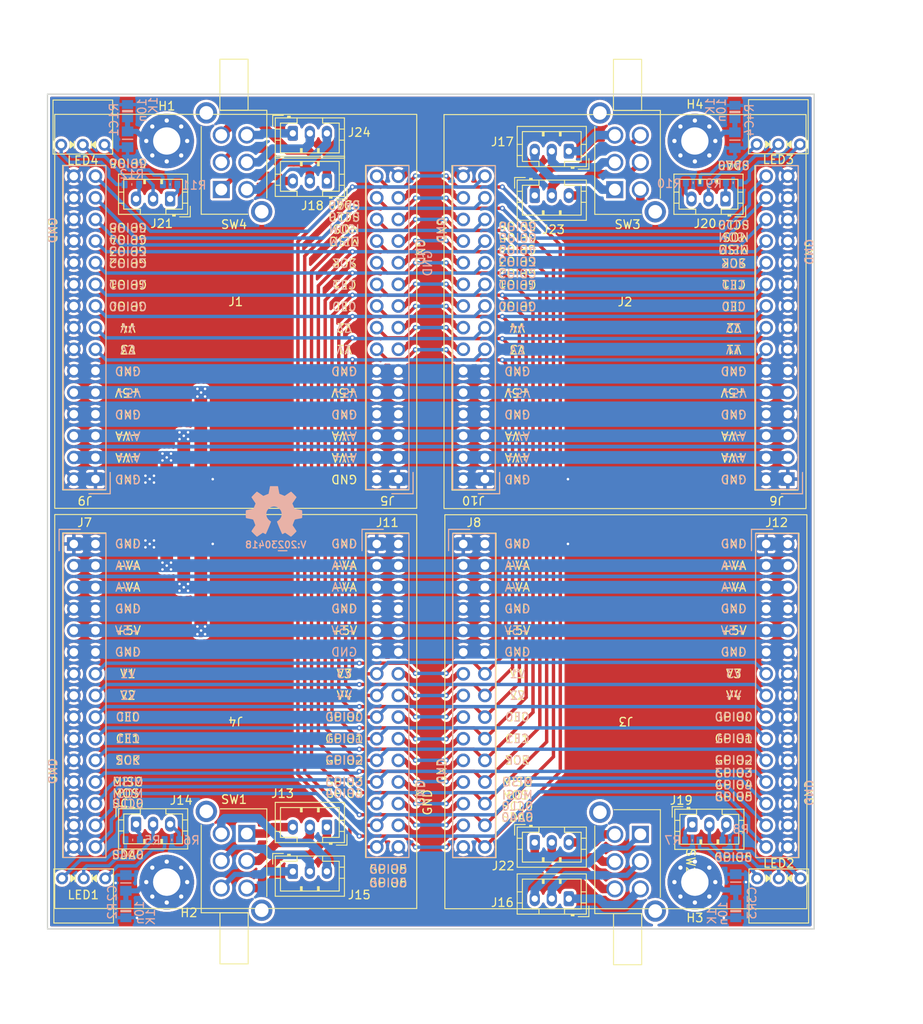
<source format=kicad_pcb>
(kicad_pcb (version 20211014) (generator pcbnew)
  (layers (0 "F.Cu" signal) (31 "B.Cu" signal) (34 "B.Paste" user) (35 "F.Paste" user) (36 "B.SilkS" user "B.Silkscreen") (37 "F.SilkS" user "F.Silkscreen") (38 "B.Mask" user) (39 "F.Mask" user) (44 "Edge.Cuts" user))
  (net 0 "")
  (net 1 "GND")
  (net 2 "/+VA")
  (net 3 "/-VA")
  (net 4 "+5V")
  (net 5 "/V1")
  (net 6 "/V2")
  (net 7 "/GPIO0")
  (net 8 "/GPIO1")
  (net 9 "/MOSI")
  (net 10 "/MISO")
  (net 11 "/SCK")
  (net 12 "/CE0")
  (net 13 "/CE1")
  (net 14 "/GPIO2")
  (net 15 "/GPIO3")
  (net 16 "/GPIO4")
  (net 17 "/GPIO5")
  (net 18 "/GPIO6")
  (net 19 "/SDA0")
  (net 20 "/SCL0")
  (net 21 "Net-(C1-Pad1)")
  (net 22 "Net-(C2-Pad1)")
  (net 23 "Net-(C3-Pad1)")
  (net 24 "Net-(C4-Pad1)")
  (net 25 "Net-(J13-Pad1)")
  (net 26 "Net-(J13-Pad2)")
  (net 27 "Net-(J13-Pad3)")
  (net 28 "Net-(J14-Pad1)")
  (net 29 "Net-(J14-Pad2)")
  (net 30 "Net-(J14-Pad3)")
  (net 31 "Net-(J15-Pad1)")
  (net 32 "Net-(J15-Pad2)")
  (net 33 "Net-(J15-Pad3)")
  (net 34 "Net-(LED1-Pad1)")
  (net 35 "Net-(LED1-Pad3)")
  (net 36 "Net-(J16-Pad1)")
  (net 37 "Net-(J16-Pad2)")
  (net 38 "Net-(J16-Pad3)")
  (net 39 "Net-(J17-Pad1)")
  (net 40 "Net-(J17-Pad2)")
  (net 41 "Net-(J17-Pad3)")
  (net 42 "Net-(J18-Pad1)")
  (net 43 "Net-(J18-Pad2)")
  (net 44 "Net-(J18-Pad3)")
  (net 45 "Net-(J19-Pad1)")
  (net 46 "Net-(J19-Pad2)")
  (net 47 "Net-(J19-Pad3)")
  (net 48 "Net-(J20-Pad1)")
  (net 49 "Net-(J20-Pad2)")
  (net 50 "Net-(J20-Pad3)")
  (net 51 "Net-(J21-Pad1)")
  (net 52 "Net-(J21-Pad2)")
  (net 53 "Net-(J21-Pad3)")
  (net 54 "Net-(J22-Pad1)")
  (net 55 "Net-(J22-Pad2)")
  (net 56 "Net-(J22-Pad3)")
  (net 57 "Net-(J23-Pad1)")
  (net 58 "Net-(J23-Pad2)")
  (net 59 "Net-(J23-Pad3)")
  (net 60 "Net-(J24-Pad1)")
  (net 61 "Net-(J24-Pad2)")
  (net 62 "Net-(J24-Pad3)")
  (net 63 "Net-(LED2-Pad1)")
  (net 64 "Net-(LED2-Pad3)")
  (net 65 "Net-(LED3-Pad1)")
  (net 66 "Net-(LED3-Pad3)")
  (net 67 "Net-(LED4-Pad1)")
  (net 68 "Net-(LED4-Pad3)")
  (net 69 "/V3")
  (net 70 "/V4")
  (footprint "MountingHole:MountingHole_3.2mm_M3_Pad_Via" (layer "F.Cu") (at 127.5 48)
    (fp_text reference "H1")
    (fp_text value "M3")
  )
  (footprint "MountingHole:MountingHole_3.2mm_M3_Pad_Via" (layer "F.Cu") (at 127.5 135)
    (fp_text reference "H2")
    (fp_text value "M3")
  )
  (footprint "MountingHole:MountingHole_3.2mm_M3_Pad_Via" (layer "F.Cu") (at 189.5 135)
    (fp_text reference "H3")
    (fp_text value "M3")
  )
  (footprint "MountingHole:MountingHole_3.2mm_M3_Pad_Via" (layer "F.Cu") (at 189.5 48)
    (fp_text reference "H4")
    (fp_text value "M3")
  )
  (footprint "SquantorConnectorsNamed:module_2x15_right" (layer "F.Cu") (at 117.86 69.91 180)
    (fp_text reference "J9")
    (fp_text value "module_2x15_right_output")
  )
  (footprint "Connector_JST:JST_PH_B3B-PH-K_1x03_P2.00mm_Vertical" (layer "F.Cu") (at 127.9 54.8 180)
    (fp_text reference "J21")
    (fp_text value "Conn_01x03")
  )
  (footprint "Connector_JST:JST_PH_B3B-PH-K_1x03_P2.00mm_Vertical" (layer "F.Cu") (at 123.9 128.2)
    (fp_text reference "J14")
    (fp_text value "Conn_01x03")
  )
  (footprint "SquantorDiodes:LED_DUAL_TH245_90deg" (layer "F.Cu") (at 199.35 134.5575)
    (fp_text reference "LED2")
    (fp_text value "LED_Dual_CC")
  )
  (footprint "SquantorPcbOutline:4by4cm_module" (layer "F.Cu") (at 181.3 67.4)
    (fp_text reference "J2")
    (fp_text value "Proto")
  )
  (footprint "Connector_JST:JST_PH_B3B-PH-K_1x03_P2.00mm_Vertical" (layer "F.Cu") (at 142.3 133.75)
    (fp_text reference "J15")
    (fp_text value "Conn_01x03")
  )
  (footprint "SquantorDiodes:LED_DUAL_TH245_90deg" (layer "F.Cu") (at 117.65 48.4425 180)
    (fp_text reference "LED4")
    (fp_text value "LED_Dual_CC")
  )
  (footprint "SquantorPcbOutline:4by4cm_module" (layer "F.Cu") (at 135.6 115.6 180)
    (fp_text reference "J4")
    (fp_text value "Proto")
  )
  (footprint "SquantorConnectorsNamed:module_2x15_right" (layer "F.Cu") (at 163.58 69.91 180)
    (fp_text reference "J10")
    (fp_text value "module_2x15_right_input")
  )
  (footprint "Connector_JST:JST_PH_B3B-PH-K_1x03_P2.00mm_Vertical" (layer "F.Cu") (at 193.1 54.8 180)
    (fp_text reference "J20")
    (fp_text value "Conn_01x03")
  )
  (footprint "Connector_JST:JST_PH_B3B-PH-K_1x03_P2.00mm_Vertical" (layer "F.Cu") (at 189.2 128.25)
    (fp_text reference "J19")
    (fp_text value "Conn_01x03")
  )
  (footprint "Connector_JST:JST_PH_B3B-PH-K_1x03_P2.00mm_Vertical" (layer "F.Cu") (at 142.3 47.1)
    (fp_text reference "J24")
    (fp_text value "Conn_01x03")
  )
  (footprint "SquantorDiodes:LED_DUAL_TH245_90deg" (layer "F.Cu") (at 117.75 134.5575)
    (fp_text reference "LED1")
    (fp_text value "LED_Dual_CC")
  )
  (footprint "Connector_JST:JST_PH_B3B-PH-K_1x03_P2.00mm_Vertical" (layer "F.Cu") (at 174.7 136.95 180)
    (fp_text reference "J16")
    (fp_text value "Conn_01x03")
  )
  (footprint "Connector_JST:JST_PH_B3B-PH-K_1x03_P2.00mm_Vertical" (layer "F.Cu") (at 146.3 128.55 180)
    (fp_text reference "J13")
    (fp_text value "Conn_01x03")
  )
  (footprint "SquantorSwitches:PS-22F02" (layer "F.Cu") (at 181.6 50.5125 90)
    (fp_text reference "SW3")
    (fp_text value "switch_DPDT")
  )
  (footprint "SquantorConnectorsNamed:module_2x15_left" (layer "F.Cu") (at 163.58 113.09)
    (fp_text reference "J8")
    (fp_text value "module_2x15_left_input")
  )
  (footprint "Connector_JST:JST_PH_B3B-PH-K_1x03_P2.00mm_Vertical" (layer "F.Cu") (at 146.3 52.7 180)
    (fp_text reference "J18")
    (fp_text value "Conn_01x03")
  )
  (footprint "SquantorConnectorsNamed:module_2x15_left" (layer "F.Cu") (at 117.86 113.09)
    (fp_text reference "J7")
    (fp_text value "module_2x15_left_input")
  )
  (footprint "SquantorConnectorsNamed:module_2x15_right" (layer "F.Cu") (at 199.14 113.09)
    (fp_text reference "J12")
    (fp_text value "module_2x15_right_input")
  )
  (footprint "Connector_JST:JST_PH_B3B-PH-K_1x03_P2.00mm_Vertical" (layer "F.Cu") (at 170.7 130.35)
    (fp_text reference "J22")
    (fp_text value "Conn_01x03")
  )
  (footprint "SquantorConnectorsNamed:module_2x15_left" (layer "F.Cu") (at 199.14 69.91 180)
    (fp_text reference "J6")
    (fp_text value "module_2x15_left_input")
  )
  (footprint "SquantorConnectorsNamed:module_2x15_left" (layer "F.Cu") (at 153.42 69.91 180)
    (fp_text reference "J5")
    (fp_text value "module_2x15_left_output")
  )
  (footprint "SquantorConnectorsNamed:module_2x15_right" (layer "F.Cu") (at 153.42 113.09)
    (fp_text reference "J11")
    (fp_text value "module_2x15_right_input")
  )
  (footprint "Connector_JST:JST_PH_B3B-PH-K_1x03_P2.00mm_Vertical" (layer "F.Cu") (at 170.7 54.4)
    (fp_text reference "J23")
    (fp_text value "Conn_01x03")
  )
  (footprint "SquantorSwitches:PS-22F02" (layer "F.Cu") (at 135.4 132.5 -90)
    (fp_text reference "SW1")
    (fp_text value "switch_DPDT")
  )
  (footprint "SquantorDiodes:LED_DUAL_TH245_90deg" (layer "F.Cu") (at 199.3 48.4 180)
    (fp_text reference "LED3")
    (fp_text value "LED_Dual_CC")
  )
  (footprint "SquantorSwitches:PS-22F02" (layer "F.Cu") (at 135.4 50.5 90)
    (fp_text reference "SW4")
    (fp_text value "switch_DPDT")
  )
  (footprint "SquantorPcbOutline:4by4cm_module" (layer "F.Cu") (at 135.6 67.375)
    (fp_text reference "J1")
    (fp_text value "Proto")
  )
  (footprint "Connector_JST:JST_PH_B3B-PH-K_1x03_P2.00mm_Vertical" (layer "F.Cu") (at 174.7 49.2 180)
    (fp_text reference "J17")
    (fp_text value "Conn_01x03")
  )
  (footprint "SquantorSwitches:PS-22F02" (layer "F.Cu") (at 181.6 132.6 -90)
    (fp_text reference "SW2")
    (fp_text value "switch_DPDT")
  )
  (footprint "SquantorPcbOutline:4by4cm_module" (layer "F.Cu") (at 181.4 115.625 180)
    (fp_text reference "J3")
    (fp_text value "Proto")
  )
  (footprint "Symbols:OSHW-Symbol_6.7x6mm_SilkScreen" (layer "B.Cu") (at 140.1 91.5 180)
    (fp_text reference "N1" hide)
    (fp_text value "OHWLOGO" hide)
  )
  (footprint "SquantorLabels:Label_Generic" (layer "B.Cu") (at 141.1 95.5 180)
    (fp_text reference "N2" hide)
    (fp_text value "V:20230418")
  )
  (footprint "SquantorRcl:R_0603_hand" (layer "B.Cu") (at 127.9 53.1)
    (fp_text reference "R11")
    (fp_text value "R")
  )
  (footprint "SquantorRcl:R_0603_hand" (layer "B.Cu") (at 123.4 53.1)
    (fp_text reference "R12")
    (fp_text value "R")
  )
  (footprint "SquantorRcl:R_0805+0603" (layer "B.Cu") (at 194.3 138.4 -90)
    (fp_text reference "R3")
    (fp_text value "1K")
  )
  (footprint "SquantorRcl:R_0603_hand" (layer "B.Cu") (at 194 52.9 180)
    (fp_text reference "R9")
    (fp_text value "R")
  )
  (footprint "SquantorRcl:R_0603_hand" (layer "B.Cu") (at 193.6 130.1 180)
    (fp_text reference "R8")
    (fp_text value "R")
  )
  (footprint "SquantorRcl:R_0603_hand" (layer "B.Cu") (at 128.1 130.05)
    (fp_text reference "R6")
    (fp_text value "R")
  )
  (footprint "SquantorRcl:C_0805+0603" (layer "B.Cu") (at 194.3 135 90)
    (fp_text reference "C3")
    (fp_text value "10n")
  )
  (footprint "SquantorRcl:C_0805+0603" (layer "B.Cu") (at 122.7 135.1 90)
    (fp_text reference "C2")
    (fp_text value "10n")
  )
  (footprint "SquantorRcl:R_0603_hand" (layer "B.Cu") (at 123.5 130.05)
    (fp_text reference "R5")
    (fp_text value "R")
  )
  (footprint "SquantorRcl:R_0603_hand" (layer "B.Cu") (at 189.3 52.9 180)
    (fp_text reference "R10")
    (fp_text value "R")
  )
  (footprint "SquantorRcl:C_0805+0603" (layer "B.Cu") (at 122.9 47.8 -90)
    (fp_text reference "C1")
    (fp_text value "10n")
  )
  (footprint "SquantorRcl:R_0603_hand" (layer "B.Cu") (at 189.2 130.1 180)
    (fp_text reference "R7")
    (fp_text value "R")
  )
  (footprint "SquantorRcl:R_0805+0603" (layer "B.Cu") (at 194.2 44.6 90)
    (fp_text reference "R4")
    (fp_text value "1K")
  )
  (footprint "SquantorRcl:R_0805+0603" (layer "B.Cu") (at 122.7 138.4 -90)
    (fp_text reference "R2")
    (fp_text value "1K")
  )
  (footprint "SquantorRcl:R_0805+0603" (layer "B.Cu") (at 122.9 44.5 90)
    (fp_text reference "R1")
    (fp_text value "1K")
  )
  (footprint "SquantorRcl:C_0805+0603" (layer "B.Cu") (at 194.2 47.9 -90)
    (fp_text reference "C4")
    (fp_text value "10n")
  )
  (gr_line (start 113.5 140.5) (end 203.5 140.5) (layer "Edge.Cuts") (width 0.15))
  (gr_line (start 113.5 42.5) (end 113.5 140.5) (layer "Edge.Cuts") (width 0.15))
  (gr_line (start 203.5 140.5) (end 203.5 42.5) (layer "Edge.Cuts") (width 0.15))
  (gr_line (start 203.5 42.5) (end 113.5 42.5) (layer "Edge.Cuts") (width 0.15))
  (segment (start 160.7 116.6) (end 161.67 115.63) (width 0.6) (layer "F.Cu") (net 1))
  (segment (start 156.4 68.9) (end 160.6 68.9) (width 0.6) (layer "F.Cu") (net 1))
  (segment (start 154.69 69.91) (end 155.39 69.91) (width 0.6) (layer "F.Cu") (net 1))
  (segment (start 154.69 57.21) (end 155.39 57.21) (width 0.6) (layer "F.Cu") (net 1))
  (segment (start 154.69 123.25) (end 155.35 123.25) (width 0.6) (layer "F.Cu") (net 1))
  (segment (start 154.69 125.79) (end 155.39 125.79) (width 0.6) (layer "F.Cu") (net 1))
  (segment (start 161.65 72.45) (end 162.31 72.45) (width 0.6) (layer "F.Cu") (net 1))
  (segment (start 155.41 62.29) (end 156.7 61) (width 0.6) (layer "F.Cu") (net 1))
  (segment (start 156.4 53.7) (end 160.6 53.7) (width 0.6) (layer "F.Cu") (net 1))
  (segment (start 154.69 128.33) (end 155.33 128.33) (width 0.6) (layer "F.Cu") (net 1))
  (segment (start 156.7 61) (end 160.3 61) (width 0.6) (layer "F.Cu") (net 1))
  (segment (start 154.69 64.83) (end 155.37 64.83) (width 0.6) (layer "F.Cu") (net 1))
  (segment (start 160.3 61) (end 161.59 62.29) (width 0.6) (layer "F.Cu") (net 1))
  (segment (start 155.43 54.67) (end 156.4 53.7) (width 0.6) (layer "F.Cu") (net 1))
  (segment (start 155.33 115.63) (end 156.3 116.6) (width 0.6) (layer "F.Cu") (net 1))
  (segment (start 160.6 53.7) (end 161.57 54.67) (width 0.6) (layer "F.Cu") (net 1))
  (segment (start 155.39 113.09) (end 156.4 114.1) (width 0.6) (layer "F.Cu") (net 1))
  (segment (start 161.59 62.29) (end 162.31 62.29) (width 0.6) (layer "F.Cu") (net 1))
  (segment (start 161.73 118.17) (end 162.31 118.17) (width 0.6) (layer "F.Cu") (net 1))
  (segment (start 156.3 71.5) (end 160.7 71.5) (width 0.6) (layer "F.Cu") (net 1))
  (segment (start 155.33 128.33) (end 156.3 129.3) (width 0.6) (layer "F.Cu") (net 1))
  (segment (start 155.41 120.71) (end 156.5 121.8) (width 0.6) (layer "F.Cu") (net 1))
  (segment (start 156.4 111.5) (end 160.7 111.5) (width 0.6) (layer "F.Cu") (net 1))
  (segment (start 156.4 126.8) (end 160.6 126.8) (width 0.6) (layer "F.Cu") (net 1))
  (segment (start 154.69 62.29) (end 155.41 62.29) (width 0.6) (layer "F.Cu") (net 1))
  (segment (start 155.35 123.25) (end 156.3 124.2) (width 0.6) (layer "F.Cu") (net 1))
  (segment (start 154.69 118.17) (end 155.27 118.17) (width 0.6) (layer "F.Cu") (net 1))
  (segment (start 160.7 71.5) (end 161.65 72.45) (width 0.6) (layer "F.Cu") (net 1))
  (segment (start 160.6 126.8) (end 161.61 125.79) (width 0.6) (layer "F.Cu") (net 1))
  (segment (start 161.61 113.09) (end 162.31 113.09) (width 0.6) (layer "F.Cu") (net 1))
  (segment (start 156.35 66.4) (end 160.7 66.4) (width 0.6) (layer "F.Cu") (net 1))
  (segment (start 161.65 59.75) (end 162.31 59.75) (width 0.6) (layer "F.Cu") (net 1))
  (segment (start 160.6 68.9) (end 161.61 69.91) (width 0.6) (layer "F.Cu") (net 1))
  (segment (start 154.69 59.75) (end 155.35 59.75) (width 0.6) (layer "F.Cu") (net 1))
  (segment (start 155.37 52.13) (end 156.4 51.1) (width 0.6) (layer "F.Cu") (net 1))
  (segment (start 154.69 110.55) (end 155.45 110.55) (width 0.6) (layer "F.Cu") (net 1))
  (segment (start 155.37 64.83) (end 156.4 63.8) (width 0.6) (layer "F.Cu") (net 1))
  (segment (start 161.61 69.91) (end 162.31 69.91) (width 0.6) (layer "F.Cu") (net 1))
  (segment (start 155.35 59.75) (end 156.4 58.7) (width 0.6) (layer "F.Cu") (net 1))
  (segment (start 161.61 57.21) (end 162.31 57.21) (width 0.6) (layer "F.Cu") (net 1))
  (segment (start 160.6 114.1) (end 161.61 113.09) (width 0.6) (layer "F.Cu") (net 1))
  (segment (start 161.57 54.67) (end 162.31 54.67) (width 0.6) (layer "F.Cu") (net 1))
  (segment (start 156.3 119.2) (end 160.7 119.2) (width 0.6) (layer "F.Cu") (net 1))
  (segment (start 156.3 116.6) (end 160.7 116.6) (width 0.6) (layer "F.Cu") (net 1))
  (segment (start 156.4 114.1) (end 160.6 114.1) (width 0.6) (layer "F.Cu") (net 1))
  (segment (start 156.5 121.8) (end 160.6 121.8) (width 0.6) (layer "F.Cu") (net 1))
  (segment (start 160.7 111.5) (end 161.65 110.55) (width 0.6) (layer "F.Cu") (net 1))
  (segment (start 156.4 51.1) (end 160.6 51.1) (width 0.6) (layer "F.Cu") (net 1))
  (segment (start 155.39 125.79) (end 156.4 126.8) (width 0.6) (layer "F.Cu") (net 1))
  (segment (start 154.69 72.45) (end 155.35 72.45) (width 0.6) (layer "F.Cu") (net 1))
  (segment (start 161.67 67.37) (end 162.31 67.37) (width 0.6) (layer "F.Cu") (net 1))
  (segment (start 161.65 123.25) (end 162.31 123.25) (width 0.6) (layer "F.Cu") (net 1))
  (segment (start 160.7 66.4) (end 161.67 67.37) (width 0.6) (layer "F.Cu") (net 1))
  (segment (start 154.69 54.67) (end 155.43 54.67) (width 0.6) (layer "F.Cu") (net 1))
  (segment (start 155.45 110.55) (end 156.4 111.5) (width 0.6) (layer "F.Cu") (net 1))
  (segment (start 161.69 120.71) (end 162.31 120.71) (width 0.6) (layer "F.Cu") (net 1))
  (segment (start 154.69 67.37) (end 155.38 67.37) (width 0.6) (layer "F.Cu") (net 1))
  (segment (start 160.6 51.1) (end 161.63 52.13) (width 0.6) (layer "F.Cu") (net 1))
  (segment (start 161.61 125.79) (end 162.31 125.79) (width 0.6) (layer "F.Cu") (net 1))
  (segment (start 161.67 128.33) (end 162.31 128.33) (width 0.6) (layer "F.Cu") (net 1))
  (segment (start 154.69 120.71) (end 155.41 120.71) (width 0.6) (layer "F.Cu") (net 1))
  (segment (start 156.7 55.9) (end 160.3 55.9) (width 0.6) (layer "F.Cu") (net 1))
  (segment (start 160.7 119.2) (end 161.73 118.17) (width 0.6) (layer "F.Cu") (net 1))
  (segment (start 161.65 110.55) (end 162.31 110.55) (width 0.6) (layer "F.Cu") (net 1))
  (segment (start 156.4 58.7) (end 160.6 58.7) (width 0.6) (layer "F.Cu") (net 1))
  (segment (start 160.6 121.8) (end 161.69 120.71) (width 0.6) (layer "F.Cu") (net 1))
  (segment (start 155.39 57.21) (end 156.7 55.9) (width 0.6) (layer "F.Cu") (net 1))
  (segment (start 154.69 113.09) (end 155.39 113.09) (width 0.6) (layer "F.Cu") (net 1))
  (segment (start 160.6 63.8) (end 161.63 64.83) (width 0.6) (layer "F.Cu") (net 1))
  (segment (start 160.6 58.7) (end 161.65 59.75) (width 0.6) (layer "F.Cu") (net 1))
  (segment (start 156.3 129.3) (end 160.7 129.3) (width 0.6) (layer "F.Cu") (net 1))
  (segment (start 125.5 87.69) (end 125.5 95.31) (width 1.5) (layer "F.Cu") (net 1))
  (segment (start 154.69 52.13) (end 155.37 52.13) (width 0.6) (layer "F.Cu") (net 1))
  (segment (start 154.69 115.63) (end 155.33 115.63) (width 0.6) (layer "F.Cu") (net 1))
  (segment (start 156.3 124.2) (end 160.7 124.2) (width 0.6) (layer "F.Cu") (net 1))
  (segment (start 161.67 115.63) (end 162.31 115.63) (width 0.6) (layer "F.Cu") (net 1))
  (segment (start 155.27 118.17) (end 156.3 119.2) (width 0.6) (layer "F.Cu") (net 1))
  (segment (start 155.39 69.91) (end 156.4 68.9) (width 0.6) (layer "F.Cu") (net 1))
  (segment (start 160.3 55.9) (end 161.61 57.21) (width 0.6) (layer "F.Cu") (net 1))
  (segment (start 161.63 64.83) (end 162.31 64.83) (width 0.6) (layer "F.Cu") (net 1))
  (segment (start 160.7 129.3) (end 161.67 128.33) (width 0.6) (layer "F.Cu") (net 1))
  (segment (start 160.7 124.2) (end 161.65 123.25) (width 0.6) (layer "F.Cu") (net 1))
  (segment (start 161.63 52.13) (end 162.31 52.13) (width 0.6) (layer "F.Cu") (net 1))
  (segment (start 155.38 67.37) (end 156.35 66.4) (width 0.6) (layer "F.Cu") (net 1))
  (segment (start 155.35 72.45) (end 156.3 71.5) (width 0.6) (layer "F.Cu") (net 1))
  (segment (start 156.4 63.8) (end 160.6 63.8) (width 0.6) (layer "F.Cu") (net 1))
  (via (at 125 87.3) (size 0.6) (drill 0.3) (layers "F.Cu" "B.Cu") (net 1))
  (via (at 126 87.3) (size 0.6) (drill 0.3) (layers "F.Cu" "B.Cu") (net 1))
  (via (at 126 95.7) (size 0.6) (drill 0.3) (layers "F.Cu" "B.Cu") (net 1))
  (via (at 125.5 95.31) (size 0.6) (drill 0.3) (layers "F.Cu" "B.Cu") (net 1))
  (via (at 174.6 87.7) (size 0.6) (drill 0.3) (layers "F.Cu" "B.Cu") (net 1))
  (via (at 132.9 87.7) (size 0.6) (drill 0.3) (layers "F.Cu" "B.Cu") (net 1))
  (via (at 174.6 95.3) (size 0.6) (drill 0.3) (layers "F.Cu" "B.Cu") (net 1))
  (via (at 126 94.9) (size 0.6) (drill 0.3) (layers "F.Cu" "B.Cu") (net 1))
  (via (at 124 139.2) (size 0.6) (drill 0.3) (layers "F.Cu" "B.Cu") (net 1))
  (via (at 121.5 135.1) (size 0.6) (drill 0.3) (layers "F.Cu" "B.Cu") (net 1))
  (via (at 125 95.7) (size 0.6) (drill 0.3) (layers "F.Cu" "B.Cu") (net 1))
  (via (at 125 94.9) (size 0.6) (drill 0.3) (layers "F.Cu" "B.Cu") (net 1))
  (via (at 132.9 95.3) (size 0.6) (drill 0.3) (layers "F.Cu" "B.Cu") (net 1))
  (via (at 192.9 139.2) (size 0.6) (drill 0.3) (layers "F.Cu" "B.Cu") (net 1))
  (via (at 125.5 87.69) (size 0.6) (drill 0.3) (layers "F.Cu" "B.Cu") (net 1))
  (via (at 125 88.1) (size 0.6) (drill 0.3) (layers "F.Cu" "B.Cu") (net 1))
  (via (at 126 88.1) (size 0.6) (drill 0.3) (layers "F.Cu" "B.Cu") (net 1))
  (via (at 195.5 135) (size 0.6) (drill 0.3) (layers "F.Cu" "B.Cu") (net 1))
  (segment (start 200.41 95.31) (end 173.5995 95.31) (width 1.5) (layer "B.Cu") (net 1))
  (segment (start 200.41 87.69) (end 173.5995 87.69) (width 1.5) (layer "B.Cu") (net 1))
  (segment (start 116.59 108.01) (end 200.41 108.01) (width 1.5) (layer "B.Cu") (net 1))
  (segment (start 116.59 102.93) (end 130.2505 102.93) (width 1.5) (layer "B.Cu") (net 1))
  (segment (start 137.01 87.69) (end 173.5995 87.69) (width 1.5) (layer "B.Cu") (net 1))
  (segment (start 116.59 87.69) (end 137.01 87.69) (width 1.5) (layer "B.Cu") (net 1))
  (segment (start 116.59 80.07) (end 200.41 80.07) (width 1.5) (layer "B.Cu") (net 1))
  (segment (start 136.89 95.31) (end 173.5995 95.31) (width 1.5) (layer "B.Cu") (net 1))
  (segment (start 116.59 95.31) (end 136.89 95.31) (width 1.5) (layer "B.Cu") (net 1))
  (segment (start 116.59 74.99) (end 200.41 74.99) (width 1.5) (layer "B.Cu") (net 1))
  (segment (start 200.41 102.93) (end 130.2505 102.93) (width 1.5) (layer "B.Cu") (net 1))
  (segment (start 127.5 85.15) (end 127.5 97.85) (width 1.5) (layer "F.Cu") (net 2))
  (via (at 128 97.5) (size 0.6) (drill 0.3) (layers "F.Cu" "B.Cu") (net 2))
  (via (at 128 84.7) (size 0.6) (drill 0.3) (layers "F.Cu" "B.Cu") (net 2))
  (via (at 127 84.7) (size 0.6) (drill 0.3) (layers "F.Cu" "B.Cu") (net 2))
  (via (at 127.5 97.85) (size 0.6) (drill 0.3) (layers "F.Cu" "B.Cu") (net 2))
  (via (at 127 85.5) (size 0.6) (drill 0.3) (layers "F.Cu" "B.Cu") (net 2))
  (via (at 128 98.3) (size 0.6) (drill 0.3) (layers "F.Cu" "B.Cu") (net 2))
  (via (at 127 98.3) (size 0.6) (drill 0.3) (layers "F.Cu" "B.Cu") (net 2))
  (via (at 127 97.5) (size 0.6) (drill 0.3) (layers "F.Cu" "B.Cu") (net 2))
  (via (at 127.5 85.15) (size 0.6) (drill 0.3) (layers "F.Cu" "B.Cu") (net 2))
  (via (at 128 85.5) (size 0.6) (drill 0.3) (layers "F.Cu" "B.Cu") (net 2))
  (segment (start 116.59 85.15) (end 200.41 85.15) (width 1.5) (layer "B.Cu") (net 2))
  (segment (start 116.59 97.85) (end 200.41 97.85) (width 1.5) (layer "B.Cu") (net 2))
  (segment (start 129.5 82.61) (end 129.5 100.39) (width 1.5) (layer "F.Cu") (net 3))
  (via (at 129 100.8) (size 0.6) (drill 0.3) (layers "F.Cu" "B.Cu") (net 3))
  (via (at 129 82.2) (size 0.6) (drill 0.3) (layers "F.Cu" "B.Cu") (net 3))
  (via (at 129 100) (size 0.6) (drill 0.3) (layers "F.Cu" "B.Cu") (net 3))
  (via (at 129.5 100.39) (size 0.6) (drill 0.3) (layers "F.Cu" "B.Cu") (net 3))
  (via (at 130 83) (size 0.6) (drill 0.3) (layers "F.Cu" "B.Cu") (net 3))
  (via (at 129 83) (size 0.6) (drill 0.3) (layers "F.Cu" "B.Cu") (net 3))
  (via (at 130 100.8) (size 0.6) (drill 0.3) (layers "F.Cu" "B.Cu") (net 3))
  (via (at 129.5 82.61) (size 0.6) (drill 0.3) (layers "F.Cu" "B.Cu") (net 3))
  (via (at 130 100) (size 0.6) (drill 0.3) (layers "F.Cu" "B.Cu") (net 3))
  (via (at 130 82.2) (size 0.6) (drill 0.3) (layers "F.Cu" "B.Cu") (net 3))
  (segment (start 116.59 100.39) (end 129.39 100.39) (width 1.5) (layer "B.Cu") (net 3))
  (segment (start 116.59 82.61) (end 200.41 82.61) (width 1.5) (layer "B.Cu") (net 3))
  (segment (start 200.41 100.39) (end 129.39 100.39) (width 1.5) (layer "B.Cu") (net 3))
  (segment (start 131.5 105.5) (end 131.5 77.56) (width 1.5) (layer "F.Cu") (net 4))
  (segment (start 131.5 105.5) (end 131.53 105.47) (width 1.5) (layer "F.Cu") (net 4))
  (segment (start 131.5 77.56) (end 131.53 77.53) (width 1.5) (layer "F.Cu") (net 4))
  (via (at 131.53 105.47) (size 0.6) (drill 0.3) (layers "F.Cu" "B.Cu") (net 4))
  (via (at 131.1 105) (size 0.6) (drill 0.3) (layers "F.Cu" "B.Cu") (net 4))
  (via (at 132 78) (size 0.6) (drill 0.3) (layers "F.Cu" "B.Cu") (net 4))
  (via (at 131.1 105.9) (size 0.6) (drill 0.3) (layers "F.Cu" "B.Cu") (net 4))
  (via (at 132 77.1) (size 0.6) (drill 0.3) (layers "F.Cu" "B.Cu") (net 4))
  (via (at 131.53 77.53) (size 0.6) (drill 0.3) (layers "F.Cu" "B.Cu") (net 4))
  (via (at 131.1 77.1) (size 0.6) (drill 0.3) (layers "F.Cu" "B.Cu") (net 4))
  (via (at 132 105.9) (size 0.6) (drill 0.3) (layers "F.Cu" "B.Cu") (net 4))
  (via (at 132 105) (size 0.6) (drill 0.3) (layers "F.Cu" "B.Cu") (net 4))
  (via (at 131.1 78) (size 0.6) (drill 0.3) (layers "F.Cu" "B.Cu") (net 4))
  (segment (start 131.53 105.47) (end 133.5 105.47) (width 1.5) (layer "B.Cu") (net 4))
  (segment (start 131.53 77.53) (end 200.41 77.53) (width 1.5) (layer "B.Cu") (net 4))
  (segment (start 200.41 105.47) (end 133.5 105.47) (width 1.5) (layer "B.Cu") (net 4))
  (segment (start 116.59 77.53) (end 131.53 77.53) (width 1.5) (layer "B.Cu") (net 4))
  (segment (start 116.59 105.47) (end 131.53 105.47) (width 1.5) (layer "B.Cu") (net 4))
  (segment (start 167.3 108.1) (end 167.3 74.1) (width 0.4) (layer "F.Cu") (net 5))
  (segment (start 164.85 110.55) (end 167.3 108.1) (width 0.4) (layer "F.Cu") (net 5))
  (segment (start 150.1 109.3) (end 155.5 109.3) (width 0.4) (layer "F.Cu") (net 5))
  (segment (start 160.3 110.5) (end 161.59 109.21) (width 0.4) (layer "F.Cu") (net 5))
  (segment (start 166.9 73.7) (end 161.5 73.7) (width 0.4) (layer "F.Cu") (net 5))
  (segment (start 167.3 74.1) (end 166.9 73.7) (width 0.4) (layer "F.Cu") (net 5))
  (segment (start 155.5 109.3) (end 156.7 110.5) (width 0.4) (layer "F.Cu") (net 5))
  (segment (start 163.51 109.21) (end 164.85 110.55) (width 0.4) (layer "F.Cu") (net 5))
  (segment (start 156.7 72.5) (end 155.55 73.65) (width 0.4) (layer "F.Cu") (net 5))
  (segment (start 153.35 73.65) (end 152.15 72.45) (width 0.4) (layer "F.Cu") (net 5))
  (segment (start 155.55 73.65) (end 153.35 73.65) (width 0.4) (layer "F.Cu") (net 5))
  (segment (start 161.5 73.7) (end 160.3 72.5) (width 0.4) (layer "F.Cu") (net 5))
  (segment (start 161.59 109.21) (end 163.51 109.21) (width 0.4) (layer "F.Cu") (net 5))
  (via (at 160.3 72.5) (size 0.6) (drill 0.3) (layers "F.Cu" "B.Cu") (net 5))
  (via (at 156.7 72.5) (size 0.6) (drill 0.3) (layers "F.Cu" "B.Cu") (net 5))
  (via (at 166.9 73.7) (size 0.6) (drill 0.3) (layers "F.Cu" "B.Cu") (net 5))
  (via (at 160.3 110.5) (size 0.6) (drill 0.3) (layers "F.Cu" "B.Cu") (net 5))
  (via (at 156.7 110.5) (size 0.6) (drill 0.3) (layers "F.Cu" "B.Cu") (net 5))
  (via (at 150.1 109.3) (size 0.6) (drill 0.3) (layers "F.Cu" "B.Cu") (net 5))
  (segment (start 119.13 110.55) (end 120.38 109.3) (width 0.4) (layer "B.Cu") (net 5))
  (segment (start 196.62 73.7) (end 166.9 73.7) (width 0.4) (layer "B.Cu") (net 5))
  (segment (start 120.38 109.3) (end 150.1 109.3) (width 0.4) (layer "B.Cu") (net 5))
  (segment (start 197.87 72.45) (end 196.62 73.7) (width 0.4) (layer "B.Cu") (net 5))
  (segment (start 156.7 110.5) (end 160.3 110.5) (width 0.4) (layer "B.Cu") (net 5))
  (segment (start 160.3 72.5) (end 156.7 72.5) (width 0.4) (layer "B.Cu") (net 5))
  (segment (start 155.49 71.11) (end 153.35 71.11) (width 0.4) (layer "F.Cu") (net 6))
  (segment (start 163.56 111.8) (end 164.85 113.09) (width 0.4) (layer "F.Cu") (net 6))
  (segment (start 166.9 71.2) (end 161.6 71.2) (width 0.4) (layer "F.Cu") (net 6))
  (segment (start 156.7 69.9) (end 155.49 71.11) (width 0.4) (layer "F.Cu") (net 6))
  (segment (start 161.6 71.2) (end 160.3 69.9) (width 0.4) (layer "F.Cu") (net 6))
  (segment (start 155.4 111.8) (end 156.7 113.1) (width 0.4) (layer "F.Cu") (net 6))
  (segment (start 168.1 109.84) (end 168.1 72.4) (width 0.4) (layer "F.Cu") (net 6))
  (segment (start 168.1 72.4) (end 166.9 71.2) (width 0.4) (layer "F.Cu") (net 6))
  (segment (start 150.1 111.8) (end 155.4 111.8) (width 0.4) (layer "F.Cu") (net 6))
  (segment (start 164.85 113.09) (end 168.1 109.84) (width 0.4) (layer "F.Cu") (net 6))
  (segment (start 161.6 111.8) (end 163.56 111.8) (width 0.4) (layer "F.Cu") (net 6))
  (segment (start 160.3 113.1) (end 161.6 111.8) (width 0.4) (layer "F.Cu") (net 6))
  (segment (start 153.35 71.11) (end 152.15 69.91) (width 0.4) (layer "F.Cu") (net 6))
  (via (at 156.7 113.1) (size 0.6) (drill 0.3) (layers "F.Cu" "B.Cu") (net 6))
  (via (at 150.1 111.8) (size 0.6) (drill 0.3) (layers "F.Cu" "B.Cu") (net 6))
  (via (at 160.3 69.9) (size 0.6) (drill 0.3) (layers "F.Cu" "B.Cu") (net 6))
  (via (at 166.9 71.2) (size 0.6) (drill 0.3) (layers "F.Cu" "B.Cu") (net 6))
  (via (at 160.3 113.1) (size 0.6) (drill 0.3) (layers "F.Cu" "B.Cu") (net 6))
  (via (at 156.7 69.9) (size 0.6) (drill 0.3) (layers "F.Cu" "B.Cu") (net 6))
  (segment (start 197.87 69.91) (end 196.58 71.2) (width 0.4) (layer "B.Cu") (net 6))
  (segment (start 156.7 113.1) (end 160.3 113.1) (width 0.4) (layer "B.Cu") (net 6))
  (segment (start 120.42 111.8) (end 150.1 111.8) (width 0.4) (layer "B.Cu") (net 6))
  (segment (start 196.58 71.2) (end 166.9 71.2) (width 0.4) (layer "B.Cu") (net 6))
  (segment (start 119.13 113.09) (end 120.42 111.8) (width 0.4) (layer "B.Cu") (net 6))
  (segment (start 160.3 69.9) (end 156.7 69.9) (width 0.4) (layer "B.Cu") (net 6))
  (segment (start 147.7 70.2) (end 149.3 68.6) (width 0.4) (layer "F.Cu") (net 7))
  (segment (start 147.7 113.3) (end 147.7 70.2) (width 0.4) (layer "F.Cu") (net 7))
  (segment (start 152.15 115.63) (end 150.03 115.63) (width 0.4) (layer "F.Cu") (net 7))
  (segment (start 150.03 115.63) (end 147.7 113.3) (width 0.4) (layer "F.Cu") (net 7))
  (via (at 149.3 68.6) (size 0.6) (drill 0.3) (layers "F.Cu" "B.Cu") (net 7))
  (segment (start 119.13 67.37) (end 120.36 68.6) (width 0.4) (layer "B.Cu") (net 7))
  (segment (start 120.36 68.6) (end 163.62 68.6) (width 0.4) (layer "B.Cu") (net 7))
  (segment (start 197.87 115.63) (end 196.64 114.4) (width 0.4) (layer "B.Cu") (net 7))
  (segment (start 153.38 114.4) (end 152.15 115.63) (width 0.4) (layer "B.Cu") (net 7))
  (segment (start 196.64 114.4) (end 153.38 114.4) (width 0.4) (layer "B.Cu") (net 7))
  (segment (start 163.62 68.6) (end 164.85 67.37) (width 0.4) (layer "B.Cu") (net 7))
  (segment (start 146.9 68.5) (end 149.3 66.1) (width 0.4) (layer "F.Cu") (net 8))
  (segment (start 152.15 118.17) (end 149.97 118.17) (width 0.4) (layer "F.Cu") (net 8))
  (segment (start 146.9 115.1) (end 146.9 68.5) (width 0.4) (layer "F.Cu") (net 8))
  (segment (start 149.97 118.17) (end 146.9 115.1) (width 0.4) (layer "F.Cu") (net 8))
  (via (at 149.3 66.1) (size 0.6) (drill 0.3) (layers "F.Cu" "B.Cu") (net 8))
  (segment (start 196.6 116.9) (end 153.42 116.9) (width 0.4) (layer "B.Cu") (net 8))
  (segment (start 153.42 116.9) (end 152.15 118.17) (width 0.4) (layer "B.Cu") (net 8))
  (segment (start 120.4 66.1) (end 163.58 66.1) (width 0.4) (layer "B.Cu") (net 8))
  (segment (start 119.13 64.83) (end 120.4 66.1) (width 0.4) (layer "B.Cu") (net 8))
  (segment (start 163.58 66.1) (end 164.85 64.83) (width 0.4) (layer "B.Cu") (net 8))
  (segment (start 197.87 118.17) (end 196.6 116.9) (width 0.4) (layer "B.Cu") (net 8))
  (segment (start 156.7 125.8) (end 155.4 124.5) (width 0.4) (layer "F.Cu") (net 9))
  (segment (start 161.6 58.5) (end 166.9 58.5) (width 0.4) (layer "F.Cu") (net 9))
  (segment (start 162.1 124.5) (end 161.6 124.5) (width 0.4) (layer "F.Cu") (net 9))
  (segment (start 172.1 118.54) (end 164.85 125.79) (width 0.4) (layer "F.Cu") (net 9))
  (segment (start 155.4 58.5) (end 156.7 57.2) (width 0.4) (layer "F.Cu") (net 9))
  (segment (start 154.9 124.5) (end 150.1 124.5) (width 0.4) (layer "F.Cu") (net 9))
  (segment (start 161.6 124.5) (end 160.3 125.8) (width 0.4) (layer "F.Cu") (net 9))
  (segment (start 172.1 63.7) (end 172.1 118.54) (width 0.4) (layer "F.Cu") (net 9))
  (segment (start 166.9 58.5) (end 172.1 63.7) (width 0.4) (layer "F.Cu") (net 9))
  (segment (start 164.85 125.79) (end 163.56 124.5) (width 0.4) (layer "F.Cu") (net 9))
  (segment (start 160.3 57.2) (end 161.6 58.5) (width 0.4) (layer "F.Cu") (net 9))
  (segment (start 163.56 124.5) (end 162.1 124.5) (width 0.4) (layer "F.Cu") (net 9))
  (segment (start 152.15 57.21) (end 153.44 58.5) (width 0.4) (layer "F.Cu") (net 9))
  (segment (start 153.44 58.5) (end 155.4 58.5) (width 0.4) (layer "F.Cu") (net 9))
  (segment (start 155.4 124.5) (end 154.9 124.5) (width 0.4) (layer "F.Cu") (net 9))
  (via (at 150.1 124.5) (size 0.6) (drill 0.3) (layers "F.Cu" "B.Cu") (net 9))
  (via (at 160.3 57.2) (size 0.6) (drill 0.3) (layers "F.Cu" "B.Cu") (net 9))
  (via (at 160.3 125.8) (size 0.6) (drill 0.3) (layers "F.Cu" "B.Cu") (net 9))
  (via (at 166.9 58.5) (size 0.6) (drill 0.3) (layers "F.Cu" "B.Cu") (net 9))
  (via (at 156.7 125.8) (size 0.6) (drill 0.3) (layers "F.Cu" "B.Cu") (net 9))
  (via (at 156.7 57.2) (size 0.6) (drill 0.3) (layers "F.Cu" "B.Cu") (net 9))
  (segment (start 197.87 57.21) (end 194.88 60.2) (width 0.4) (layer "B.Cu") (net 9))
  (segment (start 156.7 57.2) (end 160.3 57.2) (width 0.4) (layer "B.Cu") (net 9))
  (segment (start 148.6 123) (end 150.1 124.5) (width 0.4) (layer "B.Cu") (net 9))
  (segment (start 120.3 124.3) (end 121.6 123) (width 0.4) (layer "B.Cu") (net 9))
  (segment (start 168.6 60.2) (end 166.9 58.5) (width 0.4) (layer "B.Cu") (net 9))
  (segment (start 121.6 123) (end 148.6 123) (width 0.4) (layer "B.Cu") (net 9))
  (segment (start 119.13 125.79) (end 120.3 124.62) (width 0.4) (layer "B.Cu") (net 9))
  (segment (start 194.88 60.2) (end 168.6 60.2) (width 0.4) (layer "B.Cu") (net 9))
  (segment (start 120.3 124.62) (end 120.3 124.3) (width 0.4) (layer "B.Cu") (net 9))
  (segment (start 160.3 125.8) (end 156.7 125.8) (width 0.4) (layer "B.Cu") (net 9))
  (segment (start 152.15 59.75) (end 153.4 61) (width 0.4) (layer "F.Cu") (net 10))
  (segment (start 163.6 122) (end 162.1 122) (width 0.4) (layer "F.Cu") (net 10))
  (segment (start 154.8 122) (end 150.1 122) (width 0.4) (layer "F.Cu") (net 10))
  (segment (start 160.3 59.7) (end 161.6 61) (width 0.4) (layer "F.Cu") (net 10))
  (segment (start 162.1 122) (end 161.5 122) (width 0.4) (layer "F.Cu") (net 10))
  (segment (start 161.5 122) (end 160.3 123.2) (width 0.4) (layer "F.Cu") (net 10))
  (segment (start 153.4 61) (end 155.4 61) (width 0.4) (layer "F.Cu") (net 10))
  (segment (start 155.4 61) (end 156.7 59.7) (width 0.4) (layer "F.Cu") (net 10))
  (segment (start 156.7 123.2) (end 155.5 122) (width 0.4) (layer "F.Cu") (net 10))
  (segment (start 166.9 61) (end 171.3 65.4) (width 0.4) (layer "F.Cu") (net 10))
  (segment (start 171.3 65.4) (end 171.3 116.8) (width 0.4) (layer "F.Cu") (net 10))
  (segment (start 171.3 116.8) (end 164.85 123.25) (width 0.4) (layer "F.Cu") (net 10))
  (segment (start 155.5 122) (end 154.8 122) (width 0.4) (layer "F.Cu") (net 10))
  (segment (start 164.85 123.25) (end 163.6 122) (width 0.4) (layer "F.Cu") (net 10))
  (segment (start 161.6 61) (end 166.9 61) (width 0.4) (layer "F.Cu") (net 10))
  (via (at 160.3 59.7) (size 0.6) (drill 0.3) (layers "F.Cu" "B.Cu") (net 10))
  (via (at 156.7 59.7) (size 0.6) (drill 0.3) (layers "F.Cu" "B.Cu") (net 10))
  (via (at 150.1 122) (size 0.6) (drill 0.3) (layers "F.Cu" "B.Cu") (net 10))
  (via (at 166.9 61) (size 0.6) (drill 0.3) (layers "F.Cu" "B.Cu") (net 10))
  (via (at 156.7 123.2) (size 0.6) (drill 0.3) (layers "F.Cu" "B.Cu") (net 10))
  (via (at 160.3 123.2) (size 0.6) (drill 0.3) (layers "F.Cu" "B.Cu") (net 10))
  (segment (start 160.3 59.7) (end 156.7 59.7) (width 0.4) (layer "B.Cu") (net 10))
  (segment (start 149.9 122.2) (end 120.18 122.2) (width 0.4) (layer "B.Cu") (net 10))
  (segment (start 120.18 122.2) (end 119.13 123.25) (width 0.4) (layer "B.Cu") (net 10))
  (segment (start 150.1 122) (end 149.9 122.2) (width 0.4) (layer "B.Cu") (net 10))
  (segment (start 196.62 61) (end 166.9 61) (width 0.4) (layer "B.Cu") (net 10))
  (segment (start 160.3 123.2) (end 156.7 123.2) (width 0.4) (layer "B.Cu") (net 10))
  (segment (start 197.87 59.75) (end 196.62 61) (width 0.4) (layer "B.Cu") (net 10))
  (segment (start 155.4 119.4) (end 154.3 119.4) (width 0.4) (layer "F.Cu") (net 11))
  (segment (start 163.54 119.4) (end 162.6 119.4) (width 0.4) (layer "F.Cu") (net 11))
  (segment (start 156.7 120.7) (end 155.4 119.4) (width 0.4) (layer "F.Cu") (net 11))
  (segment (start 166.9 63.5) (end 170.5 67.1) (width 0.4) (layer "F.Cu") (net 11))
  (segment (start 154.3 119.4) (end 150.1 119.4) (width 0.4) (layer "F.Cu") (net 11))
  (segment (start 153.36 63.5) (end 155.5 63.5) (width 0.4) (layer "F.Cu") (net 11))
  (segment (start 152.15 62.29) (end 153.36 63.5) (width 0.4) (layer "F.Cu") (net 11))
  (segment (start 160.3 62.3) (end 161.5 63.5) (width 0.4) (layer "F.Cu") (net 11))
  (segment (start 164.85 120.71) (end 163.54 119.4) (width 0.4) (layer "F.Cu") (net 11))
  (segment (start 162.6 119.4) (end 161.6 119.4) (width 0.4) (layer "F.Cu") (net 11))
  (segment (start 155.5 63.5) (end 156.7 62.3) (width 0.4) (layer "F.Cu") (net 11))
  (segment (start 170.5 115.06) (end 164.85 120.71) (width 0.4) (layer "F.Cu") (net 11))
  (segment (start 170.5 67.1) (end 170.5 115.06) (width 0.4) (layer "F.Cu") (net 11))
  (segment (start 161.6 119.4) (end 160.3 120.7) (width 0.4) (layer "F.Cu") (net 11))
  (segment (start 161.5 63.5) (end 166.9 63.5) (width 0.4) (layer "F.Cu") (net 11))
  (via (at 156.7 62.3) (size 0.6) (drill 0.3) (layers "F.Cu" "B.Cu") (net 11))
  (via (at 160.3 120.7) (size 0.6) (drill 0.3) (layers "F.Cu" "B.Cu") (net 11))
  (via (at 150.1 119.4) (size 0.6) (drill 0.3) (layers "F.Cu" "B.Cu") (net 11))
  (via (at 156.7 120.7) (size 0.6) (drill 0.3) (layers "F.Cu" "B.Cu") (net 11))
  (via (at 166.9 63.5) (size 0.6) (drill 0.3) (layers "F.Cu" "B.Cu") (net 11))
  (via (at 160.3 62.3) (size 0.6) (drill 0.3) (layers "F.Cu" "B.Cu") (net 11))
  (segment (start 197.87 62.29) (end 196.66 63.5) (width 0.4) (layer "B.Cu") (net 11))
  (segment (start 160.3 120.7) (end 156.7 120.7) (width 0.4) (layer "B.Cu") (net 11))
  (segment (start 120.44 119.4) (end 119.13 120.71) (width 0.4) (layer "B.Cu") (net 11))
  (segment (start 196.66 63.5) (end 166.9 63.5) (width 0.4) (layer "B.Cu") (net 11))
  (segment (start 156.7 62.3) (end 160.3 62.3) (width 0.4) (layer "B.Cu") (net 11))
  (segment (start 150.1 119.4) (end 120.44 119.4) (width 0.4) (layer "B.Cu") (net 11))
  (segment (start 163.62 114.4) (end 162.7 114.4) (width 0.4) (layer "F.Cu") (net 12))
  (segment (start 164.85 115.63) (end 163.62 114.4) (width 0.4) (layer "F.Cu") (net 12))
  (segment (start 152.15 67.37) (end 153.38 68.6) (width 0.4) (layer "F.Cu") (net 12))
  (segment (start 155.5 114.4) (end 154.6 114.4) (width 0.4) (layer "F.Cu") (net 12))
  (segment (start 168.9 111.58) (end 164.85 115.63) (width 0.4) (layer "F.Cu") (net 12))
  (segment (start 168.9 70.6) (end 168.9 111.58) (width 0.4) (layer "F.Cu") (net 12))
  (segment (start 161.5 68.6) (end 166.9 68.6) (width 0.4) (layer "F.Cu") (net 12))
  (segment (start 166.9 68.6) (end 168.9 70.6) (width 0.4) (layer "F.Cu") (net 12))
  (segment (start 160.3 67.4) (end 161.5 68.6) (width 0.4) (layer "F.Cu") (net 12))
  (segment (start 155.5 68.6) (end 156.7 67.4) (width 0.4) (layer "F.Cu") (net 12))
  (segment (start 156.7 115.6) (end 155.5 114.4) (width 0.4) (layer "F.Cu") (net 12))
  (segment (start 162.7 114.4) (end 161.5 114.4) (width 0.4) (layer "F.Cu") (net 12))
  (segment (start 161.5 114.4) (end 160.3 115.6) (width 0.4) (layer "F.Cu") (net 12))
  (segment (start 154.6 114.4) (end 150.1 114.4) (width 0.4) (layer "F.Cu") (net 12))
  (segment (start 153.38 68.6) (end 155.5 68.6) (width 0.4) (layer "F.Cu") (net 12))
  (via (at 156.7 67.4) (size 0.6) (drill 0.3) (layers "F.Cu" "B.Cu") (net 12))
  (via (at 166.9 68.6) (size 0.6) (drill 0.3) (layers "F.Cu" "B.Cu") (net 12))
  (via (at 160.3 67.4) (size 0.6) (drill 0.3) (layers "F.Cu" "B.Cu") (net 12))
  (via (at 150.1 114.4) (size 0.6) (drill 0.3) (layers "F.Cu" "B.Cu") (net 12))
  (via (at 160.3 115.6) (size 0.6) (drill 0.3) (layers "F.Cu" "B.Cu") (net 12))
  (via (at 156.7 115.6) (size 0.6) (drill 0.3) (layers "F.Cu" "B.Cu") (net 12))
  (segment (start 160.3 115.6) (end 156.7 115.6) (width 0.4) (layer "B.Cu") (net 12))
  (segment (start 196.64 68.6) (end 166.9 68.6) (width 0.4) (layer "B.Cu") (net 12))
  (segment (start 150.1 114.4) (end 120.36 114.4) (width 0.4) (layer "B.Cu") (net 12))
  (segment (start 197.87 67.37) (end 196.64 68.6) (width 0.4) (layer "B.Cu") (net 12))
  (segment (start 120.36 114.4) (end 119.13 115.63) (width 0.4) (layer "B.Cu") (net 12))
  (segment (start 156.7 67.4) (end 160.3 67.4) (width 0.4) (layer "B.Cu") (net 12))
  (segment (start 164.85 118.17) (end 163.58 116.9) (width 0.4) (layer "F.Cu") (net 13))
  (segment (start 152.15 64.83) (end 153.42 66.1) (width 0.4) (layer "F.Cu") (net 13))
  (segment (start 169.7 113.32) (end 164.85 118.17) (width 0.4) (layer "F.Cu") (net 13))
  (segment (start 169.7 68.9) (end 169.7 113.32) (width 0.4) (layer "F.Cu") (net 13))
  (segment (start 161.6 116.9) (end 160.3 118.2) (width 0.4) (layer "F.Cu") (net 13))
  (segment (start 161.6 66.1) (end 166.9 66.1) (width 0.4) (layer "F.Cu") (net 13))
  (segment (start 163.58 116.9) (end 162.6 116.9) (width 0.4) (layer "F.Cu") (net 13))
  (segment (start 153.42 66.1) (end 155.4 66.1) (width 0.4) (layer "F.Cu") (net 13))
  (segment (start 154.3 116.9) (end 150.1 116.9) (width 0.4) (layer "F.Cu") (net 13))
  (segment (start 166.9 66.1) (end 169.7 68.9) (width 0.4) (layer "F.Cu") (net 13))
  (segment (start 155.4 116.9) (end 154.3 116.9) (width 0.4) (layer "F.Cu") (net 13))
  (segment (start 155.4 66.1) (end 156.7 64.8) (width 0.4) (layer "F.Cu") (net 13))
  (segment (start 160.3 64.8) (end 161.6 66.1) (width 0.4) (layer "F.Cu") (net 13))
  (segment (start 156.7 118.2) (end 155.4 116.9) (width 0.4) (layer "F.Cu") (net 13))
  (segment (start 162.6 116.9) (end 161.6 116.9) (width 0.4) (layer "F.Cu") (net 13))
  (via (at 160.3 64.8) (size 0.6) (drill 0.3) (layers "F.Cu" "B.Cu") (net 13))
  (via (at 160.3 118.2) (size 0.6) (drill 0.3) (layers "F.Cu" "B.Cu") (net 13))
  (via (at 150.1 116.9) (size 0.6) (drill 0.3) (layers "F.Cu" "B.Cu") (net 13))
  (via (at 156.7 118.2) (size 0.6) (drill 0.3) (layers "F.Cu" "B.Cu") (net 13))
  (via (at 156.7 64.8) (size 0.6) (drill 0.3) (layers "F.Cu" "B.Cu") (net 13))
  (via (at 166.9 66.1) (size 0.6) (drill 0.3) (layers "F.Cu" "B.Cu") (net 13))
  (segment (start 120.4 116.9) (end 119.13 118.17) (width 0.4) (layer "B.Cu") (net 13))
  (segment (start 160.3 118.2) (end 156.7 118.2) (width 0.4) (layer "B.Cu") (net 13))
  (segment (start 196.6 66.1) (end 166.9 66.1) (width 0.4) (layer "B.Cu") (net 13))
  (segment (start 197.87 64.83) (end 196.6 66.1) (width 0.4) (layer "B.Cu") (net 13))
  (segment (start 150.1 116.9) (end 120.4 116.9) (width 0.4) (layer "B.Cu") (net 13))
  (segment (start 156.7 64.8) (end 160.3 64.8) (width 0.4) (layer "B.Cu") (net 13))
  (segment (start 146.1 116.9) (end 146.1 66.7) (width 0.4) (layer "F.Cu") (net 14))
  (segment (start 149.91 120.71) (end 146.1 116.9) (width 0.4) (layer "F.Cu") (net 14))
  (segment (start 146.1 66.7) (end 149.3 63.5) (width 0.4) (layer "F.Cu") (net 14))
  (segment (start 152.15 120.71) (end 149.91 120.71) (width 0.4) (layer "F.Cu") (net 14))
  (via (at 149.3 63.5) (size 0.6) (drill 0.3) (layers "F.Cu" "B.Cu") (net 14))
  (segment (start 197.87 120.71) (end 196.56 119.4) (width 0.4) (layer "B.Cu") (net 14))
  (segment (start 119.13 62.29) (end 120.34 63.5) (width 0.4) (layer "B.Cu") (net 14))
  (segment (start 153.46 119.4) (end 152.15 120.71) (width 0.4) (layer "B.Cu") (net 14))
  (segment (start 196.56 119.4) (end 153.46 119.4) (width 0.4) (layer "B.Cu") (net 14))
  (segment (start 163.64 63.5) (end 149.3 63.5) (width 0.4) (layer "B.Cu") (net 14))
  (segment (start 164.85 62.29) (end 163.64 63.5) (width 0.4) (layer "B.Cu") (net 14))
  (segment (start 120.34 63.5) (end 149.3 63.5) (width 0.4) (layer "B.Cu") (net 14))
  (segment (start 145.3 118.6) (end 145.3 65) (width 0.4) (layer "F.Cu") (net 15))
  (segment (start 152.15 123.25) (end 149.95 123.25) (width 0.4) (layer "F.Cu") (net 15))
  (segment (start 149.95 123.25) (end 145.3 118.6) (width 0.4) (layer "F.Cu") (net 15))
  (segment (start 145.3 65) (end 149.3 61) (width 0.4) (layer "F.Cu") (net 15))
  (via (at 149.3 61) (size 0.6) (drill 0.3) (layers "F.Cu" "B.Cu") (net 15))
  (segment (start 153.4 122) (end 152.15 123.25) (width 0.4) (layer "B.Cu") (net 15))
  (segment (start 196.62 122) (end 153.4 122) (width 0.4) (layer "B.Cu") (net 15))
  (segment (start 163.6 61) (end 164.85 59.75) (width 0.4) (layer "B.Cu") (net 15))
  (segment (start 120.38 61) (end 163.6 61) (width 0.4) (layer "B.Cu") (net 15))
  (segment (start 119.13 59.75) (end 120.38 61) (width 0.4) (layer "B.Cu") (net 15))
  (segment (start 197.87 123.25) (end 196.62 122) (width 0.4) (layer "B.Cu") (net 15))
  (segment (start 144.5 120.4) (end 144.5 63.3) (width 0.4) (layer "F.Cu") (net 16))
  (segment (start 144.5 63.3) (end 149.3 58.5) (width 0.4) (layer "F.Cu") (net 16))
  (segment (start 149.89 125.79) (end 144.5 120.4) (width 0.4) (layer "F.Cu") (net 16))
  (segment (start 152.15 125.79) (end 149.89 125.79) (width 0.4) (layer "F.Cu") (net 16))
  (via (at 149.3 58.5) (size 0.6) (drill 0.3) (layers "F.Cu" "B.Cu") (net 16))
  (segment (start 197.87 125.79) (end 197.79 125.79) (width 0.4) (layer "B.Cu") (net 16))
  (segment (start 119.13 57.21) (end 122.12 60.2) (width 0.4) (layer "B.Cu") (net 16))
  (segment (start 194.8 122.8) (end 167.8 122.8) (width 0.4) (layer "B.Cu") (net 16))
  (segment (start 167.8 122.8) (end 166.1 124.5) (width 0.4) (layer "B.Cu") (net 16))
  (segment (start 122.12 60.2) (end 147.6 60.2) (width 0.4) (layer "B.Cu") (net 16))
  (segment (start 153.44 124.5) (end 152.15 125.79) (width 0.4) (layer "B.Cu") (net 16))
  (segment (start 147.6 60.2) (end 149.3 58.5) (width 0.4) (layer "B.Cu") (net 16))
  (segment (start 149.3 58.5) (end 163.56 58.5) (width 0.4) (layer "B.Cu") (net 16))
  (segment (start 163.56 58.5) (end 164.85 57.21) (width 0.4) (layer "B.Cu") (net 16))
  (segment (start 166.1 124.5) (end 153.44 124.5) (width 0.4) (layer "B.Cu") (net 16))
  (segment (start 197.79 125.79) (end 194.8 122.8) (width 0.4) (layer "B.Cu") (net 16))
  (segment (start 143.7 61.5) (end 149.3 55.9) (width 0.4) (layer "F.Cu") (net 17))
  (segment (start 149.93 128.33) (end 143.7 122.1) (width 0.4) (layer "F.Cu") (net 17))
  (segment (start 152.15 128.33) (end 149.93 128.33) (width 0.4) (layer "F.Cu") (net 17))
  (segment (start 143.7 122.1) (end 143.7 61.5) (width 0.4) (layer "F.Cu") (net 17))
  (via (at 149.3 55.9) (size 0.6) (drill 0.3) (layers "F.Cu" "B.Cu") (net 17))
  (segment (start 153.38 127.1) (end 152.15 128.33) (width 0.4) (layer "B.Cu") (net 17))
  (segment (start 145.8 59.4) (end 149.3 55.9) (width 0.4) (layer "B.Cu") (net 17))
  (segment (start 149.3 55.9) (end 163.62 55.9) (width 0.4) (layer "B.Cu") (net 17))
  (segment (start 123.86 59.4) (end 145.8 59.4) (width 0.4) (layer "B.Cu") (net 17))
  (segment (start 197.87 128.3) (end 193.17 123.6) (width 0.4) (layer "B.Cu") (net 17))
  (segment (start 197.87 128.33) (end 197.87 128.3) (width 0.4) (layer "B.Cu") (net 17))
  (segment (start 166 127.1) (end 153.38 127.1) (width 0.4) (layer "B.Cu") (net 17))
  (segment (start 193.17 123.6) (end 169.5 123.6) (width 0.4) (layer "B.Cu") (net 17))
  (segment (start 169.5 123.6) (end 166 127.1) (width 0.4) (layer "B.Cu") (net 17))
  (segment (start 163.62 55.9) (end 164.85 54.67) (width 0.4) (layer "B.Cu") (net 17))
  (segment (start 119.13 54.67) (end 123.86 59.4) (width 0.4) (layer "B.Cu") (net 17))
  (segment (start 149 128.5) (end 142.9 122.4) (width 0.4) (layer "F.Cu") (net 18))
  (segment (start 142.9 122.4) (end 142.9 59.8) (width 0.4) (layer "F.Cu") (net 18))
  (segment (start 149.97 130.87) (end 149 129.9) (width 0.4) (layer "F.Cu") (net 18))
  (segment (start 142.9 59.8) (end 149.3 53.4) (width 0.4) (layer "F.Cu") (net 18))
  (segment (start 149 129.9) (end 149 128.5) (width 0.4) (layer "F.Cu") (net 18))
  (segment (start 152.15 130.87) (end 149.97 130.87) (width 0.4) (layer "F.Cu") (net 18))
  (via (at 149.3 53.4) (size 0.6) (drill 0.3) (layers "F.Cu" "B.Cu") (net 18))
  (segment (start 119.13 52.13) (end 125.6 58.6) (width 0.4) (layer "B.Cu") (net 18))
  (segment (start 166 129.6) (end 153.42 129.6) (width 0.4) (layer "B.Cu") (net 18))
  (segment (start 153.42 129.6) (end 152.15 130.87) (width 0.4) (layer "B.Cu") (net 18))
  (segment (start 125.6 58.6) (end 144.1 58.6) (width 0.4) (layer "B.Cu") (net 18))
  (segment (start 149.3 53.4) (end 163.58 53.4) (width 0.4) (layer "B.Cu") (net 18))
  (segment (start 163.58 53.4) (end 164.85 52.13) (width 0.4) (layer "B.Cu") (net 18))
  (segment (start 197.87 130.87) (end 195.8 128.8) (width 0.4) (layer "B.Cu") (net 18))
  (segment (start 195.8 128.8) (end 195.8 127.4) (width 0.4) (layer "B.Cu") (net 18))
  (segment (start 144.1 58.6) (end 149.3 53.4) (width 0.4) (layer "B.Cu") (net 18))
  (segment (start 192.8 124.4) (end 171.2 124.4) (width 0.4) (layer "B.Cu") (net 18))
  (segment (start 171.2 124.4) (end 166 129.6) (width 0.4) (layer "B.Cu") (net 18))
  (segment (start 195.8 127.4) (end 192.8 124.4) (width 0.4) (layer "B.Cu") (net 18))
  (segment (start 154.6 129.6) (end 150.1 129.6) (width 0.4) (layer "F.Cu") (net 19))
  (segment (start 173.7 122.02) (end 164.85 130.87) (width 0.4) (layer "F.Cu") (net 19))
  (segment (start 161.6 53.4) (end 166.9 53.4) (width 0.4) (layer "F.Cu") (net 19))
  (segment (start 163.58 129.6) (end 162.2 129.6) (width 0.4) (layer "F.Cu") (net 19))
  (segment (start 162.2 129.6) (end 161.6 129.6) (width 0.4) (layer "F.Cu") (net 19))
  (segment (start 161.6 129.6) (end 160.3 130.9) (width 0.4) (layer "F.Cu") (net 19))
  (segment (start 164.85 130.87) (end 163.58 129.6) (width 0.4) (layer "F.Cu") (net 19))
  (segment (start 155.4 129.6) (end 154.6 129.6) (width 0.4) (layer "F.Cu") (net 19))
  (segment (start 153.42 53.4) (end 155.4 53.4) (width 0.4) (layer "F.Cu") (net 19))
  (segment (start 152.15 52.13) (end 153.42 53.4) (width 0.4) (layer "F.Cu") (net 19))
  (segment (start 166.9 53.4) (end 173.7 60.2) (width 0.4) (layer "F.Cu") (net 19))
  (segment (start 173.7 60.2) (end 173.7 122.02) (width 0.4) (layer "F.Cu") (net 19))
  (segment (start 160.3 52.1) (end 161.6 53.4) (width 0.4) (layer "F.Cu") (net 19))
  (segment (start 155.4 53.4) (end 156.7 52.1) (width 0.4) (layer "F.Cu") (net 19))
  (segment (start 156.7 130.9) (end 155.4 129.6) (width 0.4) (layer "F.Cu") (net 19))
  (via (at 160.3 52.1) (size 0.6) (drill 0.3) (layers "F.Cu" "B.Cu") (net 19))
  (via (at 156.7 130.9) (size 0.6) (drill 0.3) (layers "F.Cu" "B.Cu") (net 19))
  (via (at 166.9 53.4) (size 0.6) (drill 0.3) (layers "F.Cu" "B.Cu") (net 19))
  (via (at 150.1 129.6) (size 0.6) (drill 0.3) (layers "F.Cu" "B.Cu") (net 19))
  (via (at 160.3 130.9) (size 0.6) (drill 0.3) (layers "F.Cu" "B.Cu") (net 19))
  (via (at 156.7 52.1) (size 0.6) (drill 0.3) (layers "F.Cu" "B.Cu") (net 19))
  (segment (start 195.9 55.5) (end 192.8 58.6) (width 0.4) (layer "B.Cu") (net 19))
  (segment (start 121.8 126.9) (end 121.8 125) (width 0.4) (layer "B.Cu") (net 19))
  (segment (start 121 129) (end 121 127.7) (width 0.4) (layer "B.Cu") (net 19))
  (segment (start 119.13 130.87) (end 121 129) (width 0.4) (layer "B.Cu") (net 19))
  (segment (start 195.9 54.1) (end 195.9 55.5) (width 0.4) (layer "B.Cu") (net 19))
  (segment (start 121.8 125) (end 122.2 124.6) (width 0.4) (layer "B.Cu") (net 19))
  (segment (start 197.87 52.13) (end 195.9 54.1) (width 0.4) (layer "B.Cu") (net 19))
  (segment (start 192.8 58.6) (end 172.1 58.6) (width 0.4) (layer "B.Cu") (net 19))
  (segment (start 122.2 124.6) (end 145.1 124.6) (width 0.4) (layer "B.Cu") (net 19))
  (segment (start 121 127.7) (end 121.8 126.9) (width 0.4) (layer "B.Cu") (net 19))
  (segment (start 145.1 124.6) (end 150.1 129.6) (width 0.4) (layer "B.Cu") (net 19))
  (segment (start 156.7 52.1) (end 160.3 52.1) (width 0.4) (layer "B.Cu") (net 19))
  (segment (start 160.3 130.9) (end 156.7 130.9) (width 0.4) (layer "B.Cu") (net 19))
  (segment (start 172.1 58.6) (end 166.9 53.4) (width 0.4) (layer "B.Cu") (net 19))
  (segment (start 166.9 55.9) (end 172.9 61.9) (width 0.4) (layer "F.Cu") (net 20))
  (segment (start 172.9 120.28) (end 164.85 128.33) (width 0.4) (layer "F.Cu") (net 20))
  (segment (start 155.5 127.1) (end 154.3 127.1) (width 0.4) (layer "F.Cu") (net 20))
  (segment (start 152.15 54.67) (end 153.38 55.9) (width 0.4) (layer "F.Cu") (net 20))
  (segment (start 161.5 127.1) (end 160.3 128.3) (width 0.4) (layer "F.Cu") (net 20))
  (segment (start 160.3 54.7) (end 161.5 55.9) (width 0.4) (layer "F.Cu") (net 20))
  (segment (start 172.9 61.9) (end 172.9 120.28) (width 0.4) (layer "F.Cu") (net 20))
  (segment (start 164.85 128.33) (end 163.62 127.1) (width 0.4) (layer "F.Cu") (net 20))
  (segment (start 163.62 127.1) (end 161.8 127.1) (width 0.4) (layer "F.Cu") (net 20))
  (segment (start 153.38 55.9) (end 155.5 55.9) (width 0.4) (layer "F.Cu") (net 20))
  (segment (start 154.3 127.1) (end 150.1 127.1) (width 0.4) (layer "F.Cu") (net 20))
  (segment (start 161.8 127.1) (end 161.5 127.1) (width 0.4) (layer "F.Cu") (net 20))
  (segment (start 155.5 55.9) (end 156.7 54.7) (width 0.4) (layer "F.Cu") (net 20))
  (segment (start 161.5 55.9) (end 166.9 55.9) (width 0.4) (layer "F.Cu") (net 20))
  (segment (start 156.7 128.3) (end 155.5 127.1) (width 0.4) (layer "F.Cu") (net 20))
  (via (at 160.3 128.3) (size 0.6) (drill 0.3) (layers "F.Cu" "B.Cu") (net 20))
  (via (at 156.7 54.7) (size 0.6) (drill 0.3) (layers "F.Cu" "B.Cu") (net 20))
  (via (at 156.7 128.3) (size 0.6) (drill 0.3) (layers "F.Cu" "B.Cu") (net 20))
  (via (at 160.3 54.7) (size 0.6) (drill 0.3) (layers "F.Cu" "B.Cu") (net 20))
  (via (at 166.9 55.9) (size 0.6) (drill 0.3) (layers "F.Cu" "B.Cu") (net 20))
  (via (at 150.1 127.1) (size 0.6) (drill 0.3) (layers "F.Cu" "B.Cu") (net 20))
  (segment (start 119.13 128.33) (end 121 126.46) (width 0.4) (layer "B.Cu") (net 20))
  (segment (start 156.7 54.7) (end 160.3 54.7) (width 0.4) (layer "B.Cu") (net 20))
  (segment (start 160.3 128.3) (end 156.7 128.3) (width 0.4) (layer "B.Cu") (net 20))
  (segment (start 146.8 123.8) (end 150.1 127.1) (width 0.4) (layer "B.Cu") (net 20))
  (segment (start 121 124.7) (end 121.9 123.8) (width 0.4) (layer "B.Cu") (net 20))
  (segment (start 170.4 59.4) (end 166.9 55.9) (width 0.4) (layer "B.Cu") (net 20))
  (segment (start 193.14 59.4) (end 170.4 59.4) (width 0.4) (layer "B.Cu") (net 20))
  (segment (start 121 126.46) (end 121 124.7) (width 0.4) (layer "B.Cu") (net 20))
  (segment (start 121.9 123.8) (end 146.8 123.8) (width 0.4) (layer "B.Cu") (net 20))
  (segment (start 197.87 54.67) (end 193.14 59.4) (width 0.4) (layer "B.Cu") (net 20))
  (segment (start 122.9 45.275) (end 122.9 46.875) (width 0.6) (layer "B.Cu") (net 21))
  (segment (start 122.9 46.875) (end 123.975 46.875) (width 0.6) (layer "B.Cu") (net 21))
  (segment (start 123.975 46.875) (end 125.1 48) (width 0.6) (layer "B.Cu") (net 21))
  (segment (start 124.075 136.025) (end 122.7 136.025) (width 0.6) (layer "B.Cu") (net 22))
  (segment (start 122.7 136.025) (end 122.7 137.625) (width 0.6) (layer "B.Cu") (net 22))
  (segment (start 125.1 135) (end 124.075 136.025) (width 0.6) (layer "B.Cu") (net 22))
  (segment (start 194.3 135.925) (end 194.3 137.625) (width 0.6) (layer "B.Cu") (net 23))
  (segment (start 194.3 135.925) (end 192.825 135.925) (width 0.6) (layer "B.Cu") (net 23))
  (segment (start 192.825 135.925) (end 191.9 135) (width 0.6) (layer "B.Cu") (net 23))
  (segment (start 192.925 46.975) (end 191.9 48) (width 0.6) (layer "B.Cu") (net 24))
  (segment (start 194.2 46.975) (end 192.925 46.975) (width 0.6) (layer "B.Cu") (net 24))
  (segment (start 194.2 45.375) (end 194.2 46.975) (width 0.6) (layer "B.Cu") (net 24))
  (segment (start 146.3 128.55) (end 146.3 129.8) (width 1) (layer "F.Cu") (net 25))
  (segment (start 138.3 135.7) (end 136.9 135.7) (width 1) (layer "F.Cu") (net 25))
  (segment (start 144.3 131.8) (end 141 131.8) (width 1) (layer "F.Cu") (net 25))
  (segment (start 138.7 135.3) (end 138.3 135.7) (width 1) (layer "F.Cu") (net 25))
  (segment (start 146.3 129.8) (end 144.3 131.8) (width 1) (layer "F.Cu") (net 25))
  (segment (start 141 131.8) (end 138.7 134.1) (width 1) (layer "F.Cu") (net 25))
  (segment (start 138.7 134.1) (end 138.7 135.3) (width 1) (layer "F.Cu") (net 25))
  (segment (start 143.6 130.4) (end 140.4 130.4) (width 1) (layer "F.Cu") (net 26))
  (segment (start 138.3 132.5) (end 136.9 132.5) (width 1) (layer "F.Cu") (net 26))
  (segment (start 144.3 128.55) (end 144.3 129.7) (width 1) (layer "F.Cu") (net 26))
  (segment (start 140.4 130.4) (end 138.3 132.5) (width 1) (layer "F.Cu") (net 26))
  (segment (start 144.3 129.7) (end 143.6 130.4) (width 1) (layer "F.Cu") (net 26))
  (segment (start 142.3 128.55) (end 139.95 128.55) (width 1) (layer "F.Cu") (net 27))
  (segment (start 139.2 129.3) (end 136.9 129.3) (width 1) (layer "F.Cu") (net 27))
  (segment (start 139.95 128.55) (end 139.2 129.3) (width 1) (layer "F.Cu") (net 27))
  (segment (start 124.35 129.35) (end 123.9 128.9) (width 0.4) (layer "B.Cu") (net 28))
  (segment (start 123.9 128.9) (end 123.9 128.2) (width 0.4) (layer "B.Cu") (net 28))
  (segment (start 124.35 130.05) (end 124.35 129.35) (width 0.4) (layer "B.Cu") (net 28))
  (segment (start 125.9 128.2) (end 125.9 130) (width 0.4) (layer "B.Cu") (net 29))
  (segment (start 120.7 133.1) (end 118.1 133.1) (width 0.4) (layer "B.Cu") (net 29))
  (segment (start 118.1 133.1) (end 117.75 133.45) (width 0.4) (layer "B.Cu") (net 29))
  (segment (start 125.9 130) (end 123.6 132.3) (width 0.4) (layer "B.Cu") (net 29))
  (segment (start 121.5 132.3) (end 120.7 133.1) (width 0.4) (layer "B.Cu") (net 29))
  (segment (start 123.6 132.3) (end 121.5 132.3) (width 0.4) (layer "B.Cu") (net 29))
  (segment (start 117.75 133.45) (end 117.75 134.5575) (width 0.4) (layer "B.Cu") (net 29))
  (segment (start 128.95 130.05) (end 128.95 129.25) (width 0.4) (layer "B.Cu") (net 30))
  (segment (start 128.95 129.25) (end 127.9 128.2) (width 0.4) (layer "B.Cu") (net 30))
  (segment (start 133.9 135.7) (end 135.5 134.1) (width 0.6) (layer "B.Cu") (net 31))
  (segment (start 138.7 134.1) (end 137.8 134.1) (width 1) (layer "B.Cu") (net 31))
  (segment (start 142.3 133.75) (end 139.05 133.75) (width 1) (layer "B.Cu") (net 31))
  (segment (start 135.5 134.1) (end 137.8 134.1) (width 0.6) (layer "B.Cu") (net 31))
  (segment (start 139.05 133.75) (end 138.7 134.1) (width 1) (layer "B.Cu") (net 31))
  (segment (start 138.8 130.9) (end 139 131.1) (width 0.6) (layer "B.Cu") (net 32))
  (segment (start 135.5 130.9) (end 138.8 130.9) (width 0.6) (layer "B.Cu") (net 32))
  (segment (start 139 131.1) (end 138 131.1) (width 1) (layer "B.Cu") (net 32))
  (segment (start 144.3 132.6) (end 143.5 131.8) (width 1) (layer "B.Cu") (net 32))
  (segment (start 139.7 131.8) (end 139 131.1) (width 1) (layer "B.Cu") (net 32))
  (segment (start 144.3 133.75) (end 144.3 132.6) (width 1) (layer "B.Cu") (net 32))
  (segment (start 133.9 132.5) (end 135.5 130.9) (width 0.6) (layer "B.Cu") (net 32))
  (segment (start 143.5 131.8) (end 139.7 131.8) (width 1) (layer "B.Cu") (net 32))
  (segment (start 141.2 130.4) (end 138.3 127.5) (width 1) (layer "B.Cu") (net 33))
  (segment (start 134.3 127.5) (end 133.9 127.9) (width 1) (layer "B.Cu") (net 33))
  (segment (start 146.3 133.75) (end 146.3 132.4) (width 1) (layer "B.Cu") (net 33))
  (segment (start 133.9 127.9) (end 133.9 129.3) (width 1) (layer "B.Cu") (net 33))
  (segment (start 146.3 132.4) (end 144.3 130.4) (width 1) (layer "B.Cu") (net 33))
  (segment (start 138.3 127.5) (end 134.3 127.5) (width 1) (layer "B.Cu") (net 33))
  (segment (start 144.3 130.4) (end 141.2 130.4) (width 1) (layer "B.Cu") (net 33))
  (segment (start 120.3 132.4) (end 121.2 131.5) (width 0.4) (layer "B.Cu") (net 34))
  (segment (start 115.21 134.5575) (end 117.3675 132.4) (width 0.4) (layer "B.Cu") (net 34))
  (segment (start 117.3675 132.4) (end 120.3 132.4) (width 0.4) (layer "B.Cu") (net 34))
  (segment (start 121.2 131.5) (end 122.2 131.5) (width 0.4) (layer "B.Cu") (net 34))
  (segment (start 122.2 131.5) (end 122.65 131.05) (width 0.4) (layer "B.Cu") (net 34))
  (segment (start 122.65 131.05) (end 122.65 130.05) (width 0.4) (layer "B.Cu") (net 34))
  (segment (start 123.9 133.1) (end 125.8 131.2) (width 0.4) (layer "B.Cu") (net 35))
  (segment (start 121.7475 133.1) (end 123.9 133.1) (width 0.4) (layer "B.Cu") (net 35))
  (segment (start 125.8 131.2) (end 127 131.2) (width 0.4) (layer "B.Cu") (net 35))
  (segment (start 127 131.2) (end 127.25 130.95) (width 0.4) (layer "B.Cu") (net 35))
  (segment (start 127.25 130.95) (end 127.25 130.05) (width 0.4) (layer "B.Cu") (net 35))
  (segment (start 120.29 134.5575) (end 121.7475 133.1) (width 0.4) (layer "B.Cu") (net 35))
  (segment (start 178.25 136.95) (end 179 137.7) (width 1) (layer "B.Cu") (net 36))
  (segment (start 181.2 137.7) (end 183.1 135.8) (width 1) (layer "B.Cu") (net 36))
  (segment (start 179 137.7) (end 181.2 137.7) (width 1) (layer "B.Cu") (net 36))
  (segment (start 174.7 136.95) (end 178.25 136.95) (width 1) (layer "B.Cu") (net 36))
  (segment (start 174.35 134.2) (end 179.2 134.2) (width 1) (layer "B.Cu") (net 37))
  (segment (start 172.7 135.85) (end 174.35 134.2) (width 1) (layer "B.Cu") (net 37))
  (segment (start 172.7 136.95) (end 172.7 135.85) (width 1) (layer "B.Cu") (net 37))
  (segment (start 181.5 134.2) (end 179.2 134.2) (width 0.6) (layer "B.Cu") (net 37))
  (segment (start 183.1 132.6) (end 181.5 134.2) (width 0.6) (layer "B.Cu") (net 37))
  (segment (start 181.5 131) (end 179.2 131) (width 0.6) (layer "B.Cu") (net 38))
  (segment (start 178.8 131) (end 179.2 131) (width 1) (layer "B.Cu") (net 38))
  (segment (start 177 132.8) (end 178.8 131) (width 1) (layer "B.Cu") (net 38))
  (segment (start 170.7 136.95) (end 170.7 135.9) (width 1) (layer "B.Cu") (net 38))
  (segment (start 170.7 135.9) (end 173.8 132.8) (width 1) (layer "B.Cu") (net 38))
  (segment (start 173.8 132.8) (end 177 132.8) (width 1) (layer "B.Cu") (net 38))
  (segment (start 183.1 129.4) (end 181.5 131) (width 0.6) (layer "B.Cu") (net 38))
  (segment (start 180.1 47.3125) (end 177.8875 47.3125) (width 1) (layer "B.Cu") (net 39))
  (segment (start 176 49.2) (end 174.7 49.2) (width 1) (layer "B.Cu") (net 39))
  (segment (start 177.8875 47.3125) (end 176 49.2) (width 1) (layer "B.Cu") (net 39))
  (segment (start 180.1 50.5125) (end 178.6875 50.5125) (width 1) (layer "B.Cu") (net 40))
  (segment (start 172.7 50.4) (end 172.7 49.2) (width 1) (layer "B.Cu") (net 40))
  (segment (start 178.6875 50.5125) (end 178.1 51.1) (width 1) (layer "B.Cu") (net 40))
  (segment (start 173.4 51.1) (end 172.7 50.4) (width 1) (layer "B.Cu") (net 40))
  (segment (start 178.1 51.1) (end 173.4 51.1) (width 1) (layer "B.Cu") (net 40))
  (segment (start 178.6125 53.7125) (end 177.4 52.5) (width 1) (layer "B.Cu") (net 41))
  (segment (start 172.8 52.5) (end 170.7 50.4) (width 1) (layer "B.Cu") (net 41))
  (segment (start 177.4 52.5) (end 172.8 52.5) (width 1) (layer "B.Cu") (net 41))
  (segment (start 180.1 53.7125) (end 178.6125 53.7125) (width 1) (layer "B.Cu") (net 41))
  (segment (start 170.7 50.4) (end 170.7 49.2) (width 1) (layer "B.Cu") (net 41))
  (segment (start 146.3 51.3) (end 144.1 49.1) (width 1) (layer "F.Cu") (net 42))
  (segment (start 146.3 52.7) (end 146.3 51.3) (width 1) (layer "F.Cu") (net 42))
  (segment (start 144.1 49.1) (end 141.7 49.1) (width 1) (layer "F.Cu") (net 42))
  (segment (start 137.9 45.3) (end 135.9 45.3) (width 1) (layer "F.Cu") (net 42))
  (segment (start 135.9 45.3) (end 133.9 47.3) (width 1) (layer "F.Cu") (net 42))
  (segment (start 141.7 49.1) (end 137.9 45.3) (width 1) (layer "F.Cu") (net 42))
  (segment (start 135.5 48.9) (end 137.8 48.9) (width 0.6) (layer "F.Cu") (net 43))
  (segment (start 144.3 51.5) (end 143.9 51.1) (width 1) (layer "F.Cu") (net 43))
  (segment (start 143.9 51.1) (end 143.3 50.5) (width 1) (layer "F.Cu") (net 43))
  (segment (start 139.2 49.2) (end 138.9 48.9) (width 1) (layer "F.Cu") (net 43))
  (segment (start 143.3 50.5) (end 142.4 50.5) (width 1) (layer "F.Cu") (net 43))
  (segment (start 144.3 52.7) (end 144.3 51.5) (width 1) (layer "F.Cu") (net 43))
  (segment (start 133.9 50.5) (end 135.5 48.9) (width 0.6) (layer "F.Cu") (net 43))
  (segment (start 138.9 48.9) (end 137.8 48.9) (width 1) (layer "F.Cu") (net 43))
  (segment (start 142.4 50.5) (end 140.5 50.5) (width 1) (layer "F.Cu") (net 43))
  (segment (start 140.5 50.5) (end 139.2 49.2) (width 1) (layer "F.Cu") (net 43))
  (segment (start 133.9 53.7) (end 135.5 52.1) (width 0.6) (layer "F.Cu") (net 44))
  (segment (start 142.3 52.7) (end 141.1 52.7) (width 1) (layer "F.Cu") (net 44))
  (segment (start 141.1 52.7) (end 140.5 52.1) (width 1) (layer "F.Cu") (net 44))
  (segment (start 140.5 52.1) (end 137.8 52.1) (width 1) (layer "F.Cu") (net 44))
  (segment (start 135.5 52.1) (end 137.8 52.1) (width 0.6) (layer "F.Cu") (net 44))
  (segment (start 188.35 129.1) (end 188.35 130.1) (width 0.4) (layer "B.Cu") (net 45))
  (segment (start 189.2 128.25) (end 188.35 129.1) (width 0.4) (layer "B.Cu") (net 45))
  (segment (start 195.7 132) (end 192.9 132) (width 0.4) (layer "B.Cu") (net 46))
  (segment (start 199.35 133.55) (end 199 133.2) (width 0.4) (layer "B.Cu") (net 46))
  (segment (start 199.35 134.5575) (end 199.35 133.55) (width 0.4) (layer "B.Cu") (net 46))
  (segment (start 196.9 133.2) (end 195.7 132) (width 0.4) (layer "B.Cu") (net 46))
  (segment (start 192.9 132) (end 191.2 130.3) (width 0.4) (layer "B.Cu") (net 46))
  (segment (start 191.2 130.3) (end 191.2 128.25) (width 0.4) (layer "B.Cu") (net 46))
  (segment (start 199 133.2) (end 196.9 133.2) (width 0.4) (layer "B.Cu") (net 46))
  (segment (start 193.2 128.25) (end 193.2 128.9) (width 0.4) (layer "B.Cu") (net 47))
  (segment (start 192.75 129.35) (end 192.75 130.1) (width 0.4) (layer "B.Cu") (net 47))
  (segment (start 193.2 128.9) (end 192.75 129.35) (width 0.4) (layer "B.Cu") (net 47))
  (segment (start 193.15 53.55) (end 193.1 53.6) (width 0.4) (layer "B.Cu") (net 48))
  (segment (start 193.1 53.6) (end 193.1 54.8) (width 0.4) (layer "B.Cu") (net 48))
  (segment (start 193.15 52.9) (end 193.15 53.55) (width 0.4) (layer "B.Cu") (net 48))
  (segment (start 199.3 48.4) (end 198 49.7) (width 0.4) (layer "B.Cu") (net 49))
  (segment (start 194.6 51.7) (end 192.6 51.7) (width 0.4) (layer "B.Cu") (net 49))
  (segment (start 198 49.7) (end 196.6 49.7) (width 0.4) (layer "B.Cu") (net 49))
  (segment (start 196.6 49.7) (end 194.6 51.7) (width 0.4) (layer "B.Cu") (net 49))
  (segment (start 191.1 53.2) (end 191.1 54.8) (width 0.4) (layer "B.Cu") (net 49))
  (segment (start 192.6 51.7) (end 191.1 53.2) (width 0.4) (layer "B.Cu") (net 49))
  (segment (start 189.1 54.8) (end 188.45 54.15) (width 0.4) (layer "B.Cu") (net 50))
  (segment (start 188.45 54.15) (end 188.45 52.9) (width 0.4) (layer "B.Cu") (net 50))
  (segment (start 127.9 54.8) (end 128.75 53.95) (width 0.4) (layer "B.Cu") (net 51))
  (segment (start 128.75 53.95) (end 128.75 53.1) (width 0.4) (layer "B.Cu") (net 51))
  (segment (start 125.9 53.2) (end 125.9 54.8) (width 0.4) (layer "B.Cu") (net 52))
  (segment (start 117.65 48.4425) (end 119.0075 49.8) (width 0.4) (layer "B.Cu") (net 52))
  (segment (start 120.2 49.8) (end 122.599501 52.199501) (width 0.4) (layer "B.Cu") (net 52))
  (segment (start 122.599501 52.199501) (end 124.899501 52.199501) (width 0.4) (layer "B.Cu") (net 52))
  (segment (start 119.0075 49.8) (end 120.2 49.8) (width 0.4) (layer "B.Cu") (net 52))
  (segment (start 124.899501 52.199501) (end 125.9 53.2) (width 0.4) (layer "B.Cu") (net 52))
  (segment (start 124.25 54.45) (end 123.9 54.8) (width 0.4) (layer "B.Cu") (net 53))
  (segment (start 124.25 53.1) (end 124.25 54.45) (width 0.4) (layer "B.Cu") (net 53))
  (segment (start 176.4 133.5) (end 178.7 135.8) (width 1) (layer "F.Cu") (net 54))
  (segment (start 170.7 130.35) (end 170.7 131.7) (width 1) (layer "F.Cu") (net 54))
  (segment (start 170.7 131.7) (end 172.5 133.5) (width 1) (layer "F.Cu") (net 54))
  (segment (start 178.7 135.8) (end 180.1 135.8) (width 1) (layer "F.Cu") (net 54))
  (segment (start 172.5 133.5) (end 176.4 133.5) (width 1) (layer "F.Cu") (net 54))
  (segment (start 178.7 132.6) (end 180.1 132.6) (width 1) (layer "F.Cu") (net 55))
  (segment (start 172.7 130.35) (end 172.7 131.7) (width 1) (layer "F.Cu") (net 55))
  (segment (start 172.7 131.7) (end 173.1 132.1) (width 1) (layer "F.Cu") (net 55))
  (segment (start 173.1 132.1) (end 178.2 132.1) (width 1) (layer "F.Cu") (net 55))
  (segment (start 178.2 132.1) (end 178.7 132.6) (width 1) (layer "F.Cu") (net 55))
  (segment (start 180.1 129.4) (end 178.7 129.4) (width 1) (layer "F.Cu") (net 56))
  (segment (start 178.7 129.4) (end 177.75 130.35) (width 1) (layer "F.Cu") (net 56))
  (segment (start 177.75 130.35) (end 174.7 130.35) (width 1) (layer "F.Cu") (net 56))
  (segment (start 178.3 48.9) (end 179.2 48.9) (width 1) (layer "F.Cu") (net 57))
  (segment (start 170.7 53.1) (end 172.7 51.1) (width 1) (layer "F.Cu") (net 57))
  (segment (start 183.1 47.3125) (end 181.5125 48.9) (width 0.6) (layer "F.Cu") (net 57))
  (segment (start 170.7 54.4) (end 170.7 53.1) (width 1) (layer "F.Cu") (net 57))
  (segment (start 181.5125 48.9) (end 179.2 48.9) (width 0.6) (layer "F.Cu") (net 57))
  (segment (start 172.7 51.1) (end 176.1 51.1) (width 1) (layer "F.Cu") (net 57))
  (segment (start 176.1 51.1) (end 178.3 48.9) (width 1) (layer "F.Cu") (net 57))
  (segment (start 172.7 53.3) (end 173.5 52.5) (width 1) (layer "F.Cu") (net 58))
  (segment (start 177.3 51.9) (end 178.3 51.9) (width 1) (layer "F.Cu") (net 58))
  (segment (start 178.5 52.1) (end 178.3 51.9) (width 0.6) (layer "F.Cu") (net 58))
  (segment (start 181.5125 52.1) (end 178.5 52.1) (width 0.6) (layer "F.Cu") (net 58))
  (segment (start 183.1 50.5125) (end 181.5125 52.1) (width 0.6) (layer "F.Cu") (net 58))
  (segment (start 176.7 52.5) (end 177.3 51.9) (width 1) (layer "F.Cu") (net 58))
  (segment (start 173.5 52.5) (end 176.7 52.5) (width 1) (layer "F.Cu") (net 58))
  (segment (start 172.7 54.4) (end 172.7 53.3) (width 1) (layer "F.Cu") (net 58))
  (segment (start 178.3 51.9) (end 178.9 51.9) (width 1) (layer "F.Cu") (net 58))
  (segment (start 183.1 55.1) (end 183.1 53.7125) (width 1) (layer "F.Cu") (net 59))
  (segment (start 176.6 54.4) (end 178 55.8) (width 1) (layer "F.Cu") (net 59))
  (segment (start 178 55.8) (end 182.4 55.8) (width 1) (layer "F.Cu") (net 59))
  (segment (start 182.4 55.8) (end 183.1 55.1) (width 1) (layer "F.Cu") (net 59))
  (segment (start 174.7 54.4) (end 176.6 54.4) (width 1) (layer "F.Cu") (net 59))
  (segment (start 138.8 47.1) (end 142.3 47.1) (width 1) (layer "B.Cu") (net 60))
  (segment (start 136.9 47.3) (end 138.6 47.3) (width 1) (layer "B.Cu") (net 60))
  (segment (start 138.6 47.3) (end 138.8 47.1) (width 1) (layer "B.Cu") (net 60))
  (segment (start 138.3 50.5) (end 139.9 48.9) (width 1) (layer "B.Cu") (net 61))
  (segment (start 144.3 48.3) (end 144.3 47.1) (width 1) (layer "B.Cu") (net 61))
  (segment (start 136.9 50.5) (end 138.3 50.5) (width 1) (layer "B.Cu") (net 61))
  (segment (start 139.9 48.9) (end 143.7 48.9) (width 1) (layer "B.Cu") (net 61))
  (segment (start 143.7 48.9) (end 144.3 48.3) (width 1) (layer "B.Cu") (net 61))
  (segment (start 138.2 53.7) (end 141.6 50.3) (width 1) (layer "B.Cu") (net 62))
  (segment (start 146.3 48.3) (end 146.3 47.1) (width 1) (layer "B.Cu") (net 62))
  (segment (start 141.6 50.3) (end 144.3 50.3) (width 1) (layer "B.Cu") (net 62))
  (segment (start 144.3 50.3) (end 146.3 48.3) (width 1) (layer "B.Cu") (net 62))
  (segment (start 136.9 53.7) (end 138.2 53.7) (width 1) (layer "B.Cu") (net 62))
  (segment (start 196.81 134.5575) (end 196.81 134.21) (width 0.4) (layer "B.Cu") (net 63))
  (segment (start 190.2 131.1) (end 190.05 130.95) (width 0.4) (layer "B.Cu") (net 63))
  (segment (start 196.81 134.21) (end 195.3 132.7) (width 0.4) (layer "B.Cu") (net 63))
  (segment (start 195.3 132.7) (end 192.6 132.7) (width 0.4) (layer "B.Cu") (net 63))
  (segment (start 190.05 130.95) (end 190.05 130.1) (width 0.4) (layer "B.Cu") (net 63))
  (segment (start 191 131.1) (end 190.2 131.1) (width 0.4) (layer "B.Cu") (net 63))
  (segment (start 192.6 132.7) (end 191 131.1) (width 0.4) (layer "B.Cu") (net 63))
  (segment (start 196.1 131.4) (end 194.7 131.4) (width 0.4) (layer "B.Cu") (net 64))
  (segment (start 201.89 134.5575) (end 199.8325 132.5) (width 0.4) (layer "B.Cu") (net 64))
  (segment (start 194.7 131.4) (end 194.45 131.15) (width 0.4) (layer "B.Cu") (net 64))
  (segment (start 194.45 131.15) (end 194.45 130.1) (width 0.4) (layer "B.Cu") (net 64))
  (segment (start 197.2 132.5) (end 196.1 131.4) (width 0.4) (layer "B.Cu") (net 64))
  (segment (start 199.8325 132.5) (end 197.2 132.5) (width 0.4) (layer "B.Cu") (net 64))
  (segment (start 197 50.5) (end 195.9 51.6) (width 0.4) (layer "B.Cu") (net 65))
  (segment (start 199.74 50.5) (end 197 50.5) (width 0.4) (layer "B.Cu") (net 65))
  (segment (start 195.9 51.6) (end 195.9 52.5) (width 0.4) (layer "B.Cu") (net 65))
  (segment (start 195.9 52.5) (end 195.5 52.9) (width 0.4) (layer "B.Cu") (net 65))
  (segment (start 195.5 52.9) (end 194.85 52.9) (width 0.4) (layer "B.Cu") (net 65))
  (segment (start 201.84 48.4) (end 199.74 50.5) (width 0.4) (layer "B.Cu") (net 65))
  (segment (start 190.3 51.9) (end 190.15 52.05) (width 0.4) (layer "B.Cu") (net 66))
  (segment (start 196.76 48.4) (end 194.26 50.9) (width 0.4) (layer "B.Cu") (net 66))
  (segment (start 194.26 50.9) (end 192.3 50.9) (width 0.4) (layer "B.Cu") (net 66))
  (segment (start 191.3 51.9) (end 190.3 51.9) (width 0.4) (layer "B.Cu") (net 66))
  (segment (start 190.15 52.05) (end 190.15 52.9) (width 0.4) (layer "B.Cu") (net 66))
  (segment (start 192.3 50.9) (end 191.3 51.9) (width 0.4) (layer "B.Cu") (net 66))
  (segment (start 126 52) (end 126.8 52) (width 0.4) (layer "B.Cu") (net 67))
  (segment (start 125.4 51.4) (end 126 52) (width 0.4) (layer "B.Cu") (net 67))
  (segment (start 127.05 52.25) (end 127.05 53.1) (width 0.4) (layer "B.Cu") (net 67))
  (segment (start 123.1 51.4) (end 125.4 51.4) (width 0.4) (layer "B.Cu") (net 67))
  (segment (start 126.8 52) (end 127.05 52.25) (width 0.4) (layer "B.Cu") (net 67))
  (segment (start 120.19 48.4425) (end 120.19 48.49) (width 0.4) (layer "B.Cu") (net 67))
  (segment (start 120.19 48.49) (end 123.1 51.4) (width 0.4) (layer "B.Cu") (net 67))
  (segment (start 120.7 51.4) (end 119.8 50.5) (width 0.4) (layer "B.Cu") (net 68))
  (segment (start 116.1 50.5) (end 115.11 49.51) (width 0.4) (layer "B.Cu") (net 68))
  (segment (start 115.11 49.51) (end 115.11 48.4425) (width 0.4) (layer "B.Cu") (net 68))
  (segment (start 119.8 50.5) (end 116.1 50.5) (width 0.4) (layer "B.Cu") (net 68))
  (segment (start 121.6 53.1) (end 120.7 52.2) (width 0.4) (layer "B.Cu") (net 68))
  (segment (start 122.55 53.1) (end 121.6 53.1) (width 0.4) (layer "B.Cu") (net 68))
  (segment (start 120.7 52.2) (end 120.7 51.4) (width 0.4) (layer "B.Cu") (net 68))
  (segment (start 149.3 110) (end 149.3 73.65) (width 0.4) (layer "F.Cu") (net 69))
  (segment (start 149.85 110.55) (end 149.3 110) (width 0.4) (layer "F.Cu") (net 69))
  (segment (start 152.15 110.55) (end 149.85 110.55) (width 0.4) (layer "F.Cu") (net 69))
  (via (at 149.3 73.65) (size 0.6) (drill 0.3) (layers "F.Cu" "B.Cu") (net 69))
  (segment (start 119.13 72.45) (end 120.38 73.7) (width 0.4) (layer "B.Cu") (net 69))
  (segment (start 196.53 109.21) (end 197.87 110.55) (width 0.4) (layer "B.Cu") (net 69))
  (segment (start 153.49 109.21) (end 196.53 109.21) (width 0.4) (layer "B.Cu") (net 69))
  (segment (start 163.6 73.7) (end 164.85 72.45) (width 0.4) (layer "B.Cu") (net 69))
  (segment (start 152.15 110.55) (end 153.49 109.21) (width 0.4) (layer "B.Cu") (net 69))
  (segment (start 120.38 73.7) (end 163.6 73.7) (width 0.4) (layer "B.Cu") (net 69))
  (segment (start 149.79 113.09) (end 148.5 111.8) (width 0.4) (layer "F.Cu") (net 70))
  (segment (start 152.15 113.09) (end 149.79 113.09) (width 0.4) (layer "F.Cu") (net 70))
  (segment (start 148.5 111.8) (end 148.5 71.9) (width 0.4) (layer "F.Cu") (net 70))
  (segment (start 148.5 71.9) (end 149.29 71.11) (width 0.4) (layer "F.Cu") (net 70))
  (via (at 149.29 71.11) (size 0.6) (drill 0.3) (layers "F.Cu" "B.Cu") (net 70))
  (segment (start 163.56 71.2) (end 164.85 69.91) (width 0.4) (layer "B.Cu") (net 70))
  (segment (start 152.15 113.09) (end 153.44 111.8) (width 0.4) (layer "B.Cu") (net 70))
  (segment (start 119.13 69.91) (end 120.33 71.11) (width 0.4) (layer "B.Cu") (net 70))
  (segment (start 149.38 71.2) (end 163.56 71.2) (width 0.4) (layer "B.Cu") (net 70))
  (segment (start 120.33 71.11) (end 149.29 71.11) (width 0.4) (layer "B.Cu") (net 70))
  (segment (start 153.44 111.8) (end 196.58 111.8) (width 0.4) (layer "B.Cu") (net 70))
  (segment (start 149.29 71.11) (end 149.38 71.2) (width 0.4) (layer "B.Cu") (net 70))
  (segment (start 196.58 111.8) (end 197.87 113.09) (width 0.4) (layer "B.Cu") (net 70))
  (zone (net 1) (net_name "GND") (layers F&B.Cu) (connect_pads (clearance 0.3)) (min_thickness 0.3) (fill yes (thermal_gap 0.3) (thermal_bridge_width 0.4))
    (polygon (pts (xy 203.5 140.5) (xy 113.5 140.5) (xy 113.5 42.5) (xy 203.5 42.5)))
  )
)
</source>
